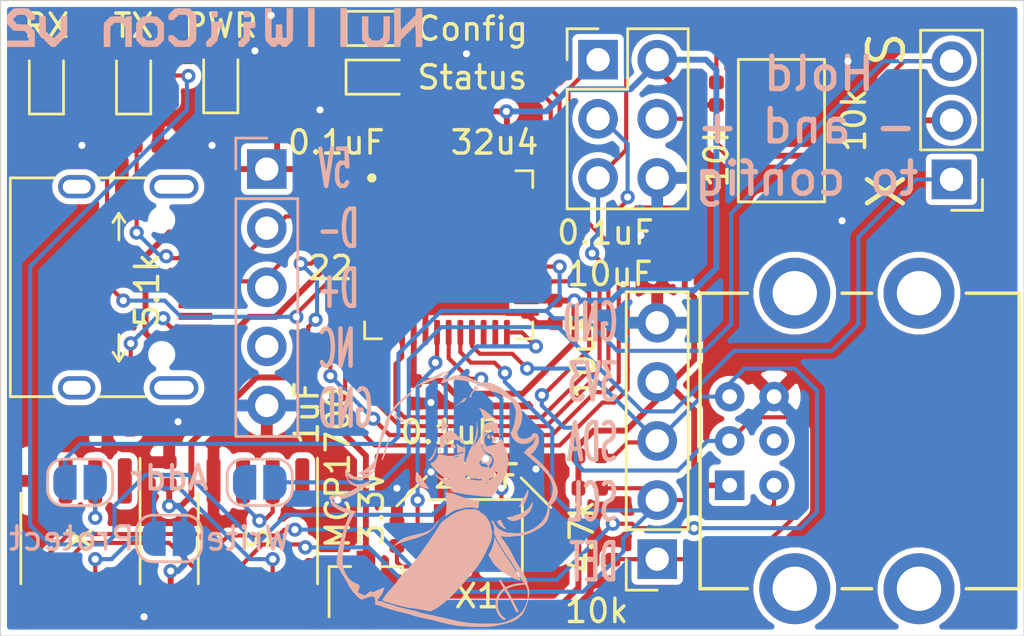
<source format=kicad_pcb>
(kicad_pcb (version 20171130) (host pcbnew 5.1.5)
  (layers (0 F.Cu signal) (31 B.Cu signal) (34 B.Paste user) (35 F.Paste user) (36 B.SilkS user hide) (37 F.SilkS user) (38 B.Mask user) (39 F.Mask user) (44 Edge.Cuts user))
  (net 0 "")
  (net 1 GND)
  (net 2 +5V)
  (net 3 +3V3)
  (net 4 "Net-(C5-Pad2)")
  (net 5 "Net-(C6-Pad2)")
  (net 6 "Net-(C7-Pad1)")
  (net 7 "Net-(C8-Pad1)")
  (net 8 "Net-(D1-Pad1)")
  (net 9 "Net-(D2-Pad1)")
  (net 10 "Net-(D3-Pad1)")
  (net 11 "Net-(J1-PadS1)")
  (net 12 /DP)
  (net 13 "Net-(J1-PadA8)")
  (net 14 /DN)
  (net 15 "Net-(J1-PadB8)")
  (net 16 /SDA)
  (net 17 /SCL)
  (net 18 /DETECT)
  (net 19 "Net-(J4-Pad4)")
  (net 20 /MISO)
  (net 21 /SCLK)
  (net 22 /MOSI)
  (net 23 /RESET)
  (net 24 /DIP_SW2)
  (net 25 /DIP_SW3)
  (net 26 "Net-(P1-Pad4)")
  (net 27 /TX_LED)
  (net 28 /RX_LED)
  (net 29 "Net-(U2-Pad1)")
  (net 30 "Net-(U2-Pad12)")
  (net 31 "Net-(U2-Pad20)")
  (net 32 "Net-(U2-Pad21)")
  (net 33 "Net-(U2-Pad26)")
  (net 34 "Net-(U2-Pad36)")
  (net 35 "Net-(U2-Pad37)")
  (net 36 "Net-(U2-Pad38)")
  (net 37 "Net-(U2-Pad39)")
  (net 38 "Net-(U2-Pad40)")
  (net 39 "Net-(U2-Pad41)")
  (net 40 "Net-(X1-Pad2)")
  (net 41 "Net-(X1-Pad4)")
  (net 42 "Net-(U3-Pad3)")
  (net 43 "Net-(U3-Pad1)")
  (net 44 "Net-(U4-Pad3)")
  (net 45 "Net-(U4-Pad1)")
  (net 46 /X)
  (net 47 /S)
  (net 48 /CC2)
  (net 49 /CC1)
  (net 50 /WP)
  (net 51 "Net-(JP1-Pad1)")
  (net 52 "Net-(JP7-Pad2)")
  (net 53 /STATUS_LED1)
  (net 54 "Net-(D4-Pad1)")
  (net 55 /STATUS_LED2)
  (net 56 "Net-(D5-Pad1)")
  (net 57 /ADP)
  (net 58 /ADN)
  (net 59 "Net-(U2-Pad29)")
  (module Connector_PinSocket_2.54mm:PinSocket_1x05_P2.54mm_Vertical (layer B.Cu) (at 86.36 101.219 180)
    (fp_text reference J4 hide)
    (fp_text value Conn_01x05_Female)
    (pad 1 thru_hole rect (at 0 0 180) (size 1.7 1.7) (drill 1) (layers *.Cu *.Mask) (net 2 +5V))
    (pad 2 thru_hole oval (at 0 -2.54 180) (size 1.7 1.7) (drill 1) (layers *.Cu *.Mask) (net 14 /DN))
    (pad 3 thru_hole oval (at 0 -5.08 180) (size 1.7 1.7) (drill 1) (layers *.Cu *.Mask) (net 12 /DP))
    (pad 4 thru_hole oval (at 0 -7.62 180) (size 1.7 1.7) (drill 1) (layers *.Cu *.Mask) (net 19 "Net-(J4-Pad4)"))
    (pad 5 thru_hole oval (at 0 -10.16 180) (size 1.7 1.7) (drill 1) (layers *.Cu *.Mask) (net 1 GND))
  )
  (module Logos:Loli1 (layer B.Cu) (at 94.107 115.5065 180)
    (fp_text reference Logo2 hide)
    (fp_text value Logo_Open_Hardware_Small hide)
  )
  (module "Logos:NullWiiCon v2" (layer B.Cu) (at 84.1375 95.123 180)
    (fp_text reference Logo1 hide)
    (fp_text value Logo_Open_Hardware_Small hide)
  )
  (module Resistor_SMD:R_0402_1005Metric (layer F.Cu) (at 88.2015 97.282)
    (fp_text reference R14 hide)
    (fp_text value 10k hide)
    (pad 2 smd roundrect (at 0.485 0) (size 0.59 0.64) (layers F.Cu F.Paste F.Mask) (net 56 "Net-(D5-Pad1)"))
    (pad 1 smd roundrect (at -0.485 0) (size 0.59 0.64) (layers F.Cu F.Paste F.Mask) (net 1 GND))
  )
  (module Resistor_SMD:R_0402_1005Metric (layer F.Cu) (at 88.2015 95.1865)
    (fp_text reference R13 hide)
    (fp_text value 10k hide)
    (pad 2 smd roundrect (at 0.485 0) (size 0.59 0.64) (layers F.Cu F.Paste F.Mask) (net 54 "Net-(D4-Pad1)"))
    (pad 1 smd roundrect (at -0.485 0) (size 0.59 0.64) (layers F.Cu F.Paste F.Mask) (net 1 GND))
  )
  (module LED_SMD:LED_0603_1608Metric (layer F.Cu) (at 91.2495 97.268)
    (fp_text reference D5 hide)
    (fp_text value Status (at 3.937 0.014) (layer F.SilkS))
    (pad 2 smd roundrect (at 0.7875 0) (size 0.875 0.95) (layers F.Cu F.Paste F.Mask) (net 55 /STATUS_LED2))
    (pad 1 smd roundrect (at -0.7875 0) (size 0.875 0.95) (layers F.Cu F.Paste F.Mask) (net 56 "Net-(D5-Pad1)"))
  )
  (module LED_SMD:LED_0603_1608Metric (layer F.Cu) (at 91.2495 95.176)
    (fp_text reference D4 hide)
    (fp_text value Config (at 3.937 0.0105) (layer F.SilkS))
    (pad 2 smd roundrect (at 0.7875 0) (size 0.875 0.95) (layers F.Cu F.Paste F.Mask) (net 53 /STATUS_LED1))
    (pad 1 smd roundrect (at -0.7875 0) (size 0.875 0.95) (layers F.Cu F.Paste F.Mask) (net 54 "Net-(D4-Pad1)"))
  )
  (module Resistor_SMD:R_0402_1005Metric (layer F.Cu) (at 112.903 99.1235 270)
    (fp_text reference R12 hide)
    (fp_text value 10k (at 0 1.3335 90) (layer F.SilkS))
    (pad 2 smd roundrect (at 0.485 0 270) (size 0.59 0.64) (layers F.Cu F.Paste F.Mask) (net 1 GND))
    (pad 1 smd roundrect (at -0.485 0 270) (size 0.59 0.64) (layers F.Cu F.Paste F.Mask) (net 46 /X))
  )
  (module Resistor_SMD:R_0402_1005Metric (layer F.Cu) (at 105.664 97.9805 270)
    (fp_text reference R11 hide)
    (fp_text value 10k (at 2.667 0 270) (layer F.SilkS))
    (pad 2 smd roundrect (at 0.485 0 270) (size 0.59 0.64) (layers F.Cu F.Paste F.Mask) (net 2 +5V))
    (pad 1 smd roundrect (at -0.485 0 270) (size 0.59 0.64) (layers F.Cu F.Paste F.Mask) (net 23 /RESET))
  )
  (module Resistor_SMD:R_0402_1005Metric (layer F.Cu) (at 89.0905 103.251 180)
    (fp_text reference R10 hide)
    (fp_text value 22 (at 0 -2.2225) (layer F.SilkS))
    (pad 2 smd roundrect (at 0.485 0 180) (size 0.59 0.64) (layers F.Cu F.Paste F.Mask) (net 14 /DN))
    (pad 1 smd roundrect (at -0.485 0 180) (size 0.59 0.64) (layers F.Cu F.Paste F.Mask) (net 58 /ADN))
  )
  (module Resistor_SMD:R_0402_1005Metric (layer F.Cu) (at 89.0905 104.267 180)
    (fp_text reference R9 hide)
    (fp_text value 22)
    (pad 2 smd roundrect (at 0.485 0 180) (size 0.59 0.64) (layers F.Cu F.Paste F.Mask) (net 12 /DP))
    (pad 1 smd roundrect (at -0.485 0 180) (size 0.59 0.64) (layers F.Cu F.Paste F.Mask) (net 57 /ADP))
  )
  (module Resistor_SMD:R_0402_1005Metric (layer F.Cu) (at 100.226 113.538 180)
    (fp_text reference R8 hide)
    (fp_text value 4.7k)
    (pad 2 smd roundrect (at 0.485 0 180) (size 0.59 0.64) (layers F.Cu F.Paste F.Mask) (net 3 +3V3))
    (pad 1 smd roundrect (at -0.485 0 180) (size 0.59 0.64) (layers F.Cu F.Paste F.Mask) (net 16 /SDA))
  )
  (module Resistor_SMD:R_0402_1005Metric (layer F.Cu) (at 100.226 114.935 180)
    (fp_text reference R7 hide)
    (fp_text value 4.7k (at 0.3405 -2.0955 90) (layer F.SilkS))
    (pad 1 smd roundrect (at -0.485 0 180) (size 0.59 0.64) (layers F.Cu F.Paste F.Mask) (net 17 /SCL))
    (pad 2 smd roundrect (at 0.485 0 180) (size 0.59 0.64) (layers F.Cu F.Paste F.Mask) (net 3 +3V3))
  )
  (module Resistor_SMD:R_0402_1005Metric (layer F.Cu) (at 78.4225 97.686 270)
    (fp_text reference R6 hide)
    (fp_text value 10k hide)
    (pad 1 smd roundrect (at -0.485 0 270) (size 0.59 0.64) (layers F.Cu F.Paste F.Mask) (net 28 /RX_LED))
    (pad 2 smd roundrect (at 0.485 0 270) (size 0.59 0.64) (layers F.Cu F.Paste F.Mask) (net 10 "Net-(D3-Pad1)"))
  )
  (module Resistor_SMD:R_0402_1005Metric (layer F.Cu) (at 82.1055 97.686 270)
    (fp_text reference R5 hide)
    (fp_text value 10k hide)
    (pad 2 smd roundrect (at 0.485 0 270) (size 0.59 0.64) (layers F.Cu F.Paste F.Mask) (net 9 "Net-(D2-Pad1)"))
    (pad 1 smd roundrect (at -0.485 0 270) (size 0.59 0.64) (layers F.Cu F.Paste F.Mask) (net 27 /TX_LED))
  )
  (module Resistor_SMD:R_0402_1005Metric (layer F.Cu) (at 80.01 112.395 180)
    (fp_text reference R4 hide)
    (fp_text value 5.1k)
    (pad 2 smd roundrect (at 0.485 0 180) (size 0.59 0.64) (layers F.Cu F.Paste F.Mask) (net 1 GND))
    (pad 1 smd roundrect (at -0.485 0 180) (size 0.59 0.64) (layers F.Cu F.Paste F.Mask) (net 48 /CC2))
  )
  (module Resistor_SMD:R_0402_1005Metric (layer F.Cu) (at 85.852 97.6225 270)
    (fp_text reference R3 hide)
    (fp_text value 10k)
    (pad 2 smd roundrect (at 0.485 0 270) (size 0.59 0.64) (layers F.Cu F.Paste F.Mask) (net 8 "Net-(D1-Pad1)"))
    (pad 1 smd roundrect (at -0.485 0 270) (size 0.59 0.64) (layers F.Cu F.Paste F.Mask) (net 1 GND))
  )
  (module Resistor_SMD:R_0402_1005Metric (layer F.Cu) (at 81.2165 100.203 180)
    (fp_text reference R2 hide)
    (fp_text value 5.1k (at 0 -6.223 90) (layer F.SilkS))
    (pad 2 smd roundrect (at 0.485 0 180) (size 0.59 0.64) (layers F.Cu F.Paste F.Mask) (net 49 /CC1))
    (pad 1 smd roundrect (at -0.485 0 180) (size 0.59 0.64) (layers F.Cu F.Paste F.Mask) (net 1 GND))
  )
  (module Resistor_SMD:R_0402_1005Metric (layer F.Cu) (at 101.219 118.491 90)
    (fp_text reference R1 hide)
    (fp_text value 10k (at -1.7145 -0.6985 180) (layer F.SilkS))
    (pad 1 smd roundrect (at -0.485 0 90) (size 0.59 0.64) (layers F.Cu F.Paste F.Mask) (net 1 GND))
    (pad 2 smd roundrect (at 0.485 0 90) (size 0.59 0.64) (layers F.Cu F.Paste F.Mask) (net 18 /DETECT))
  )
  (module Jumper:SolderJumper-2_P1.3mm_Open_RoundedPad1.0x1.5mm (layer B.Cu) (at 86.0575 114.681 180)
    (fp_text reference JP7 hide)
    (fp_text value Jumper)
    (pad 2 smd custom (at 0.65 0 180) (size 1 0.5) (layers B.Cu B.Mask) (net 52 "Net-(JP7-Pad2)") (options (clearance outline) (anchor rect)) (primitives (gr_circle (center 0 -0.25) (end 0.5 -0.25) (width 0)) (gr_circle (center 0 0.25) (end 0.5 0.25) (width 0)) (gr_poly (pts (xy 0 0.75) (xy -0.5 0.75) (xy -0.5 -0.75) (xy 0 -0.75)) (width 0))))
    (pad 1 smd custom (at -0.65 0 180) (size 1 0.5) (layers B.Cu B.Mask) (net 47 /S) (options (clearance outline) (anchor rect)) (primitives (gr_circle (center 0 -0.25) (end 0.5 -0.25) (width 0)) (gr_circle (center 0 0.25) (end 0.5 0.25) (width 0)) (gr_poly (pts (xy 0 0.75) (xy 0.5 0.75) (xy 0.5 -0.75) (xy 0 -0.75)) (width 0))))
  )
  (module Jumper:SolderJumper-2_P1.3mm_Open_RoundedPad1.0x1.5mm (layer B.Cu) (at 78.344 114.681 180)
    (fp_text reference JP1 hide)
    (fp_text value Jumper)
    (pad 2 smd custom (at 0.65 0 180) (size 1 0.5) (layers B.Cu B.Mask) (net 46 /X) (options (clearance outline) (anchor rect)) (primitives (gr_circle (center 0 -0.25) (end 0.5 -0.25) (width 0)) (gr_circle (center 0 0.25) (end 0.5 0.25) (width 0)) (gr_poly (pts (xy 0 0.75) (xy -0.5 0.75) (xy -0.5 -0.75) (xy 0 -0.75)) (width 0))))
    (pad 1 smd custom (at -0.65 0 180) (size 1 0.5) (layers B.Cu B.Mask) (net 51 "Net-(JP1-Pad1)") (options (clearance outline) (anchor rect)) (primitives (gr_circle (center 0 -0.25) (end 0.5 -0.25) (width 0)) (gr_circle (center 0 0.25) (end 0.5 0.25) (width 0)) (gr_poly (pts (xy 0 0.75) (xy 0.5 0.75) (xy 0.5 -0.75) (xy 0 -0.75)) (width 0))))
  )
  (module Capacitor_SMD:C_0402_1005Metric (layer F.Cu) (at 82.169 119.911 270)
    (fp_text reference C10 hide)
    (fp_text value 0.1uF)
    (pad 2 smd roundrect (at 0.485 0 270) (size 0.59 0.64) (layers F.Cu F.Paste F.Mask) (net 1 GND))
    (pad 1 smd roundrect (at -0.485 0 270) (size 0.59 0.64) (layers F.Cu F.Paste F.Mask) (net 2 +5V))
  )
  (module Capacitor_SMD:C_0402_1005Metric (layer F.Cu) (at 82.169 114.3 90)
    (fp_text reference C9 hide)
    (fp_text value 10uF)
    (pad 2 smd roundrect (at 0.485 0 90) (size 0.59 0.64) (layers F.Cu F.Paste F.Mask) (net 1 GND))
    (pad 1 smd roundrect (at -0.485 0 90) (size 0.59 0.64) (layers F.Cu F.Paste F.Mask) (net 2 +5V))
  )
  (module Capacitor_SMD:C_0402_1005Metric (layer F.Cu) (at 88.138 109.2835 270)
    (fp_text reference C8 hide)
    (fp_text value 1uF (at 2.413 0.0635 90) (layer F.SilkS))
    (pad 2 smd roundrect (at 0.485 0 270) (size 0.59 0.64) (layers F.Cu F.Paste F.Mask) (net 1 GND))
    (pad 1 smd roundrect (at -0.485 0 270) (size 0.59 0.64) (layers F.Cu F.Paste F.Mask) (net 7 "Net-(C8-Pad1)"))
  )
  (module Capacitor_SMD:C_0402_1005Metric (layer F.Cu) (at 92.2885 100.0125 180)
    (fp_text reference C7 hide)
    (fp_text value 0.1uF (at 2.944 -0.0635 180) (layer F.SilkS))
    (pad 2 smd roundrect (at 0.485 0 180) (size 0.59 0.64) (layers F.Cu F.Paste F.Mask) (net 1 GND))
    (pad 1 smd roundrect (at -0.485 0 180) (size 0.59 0.64) (layers F.Cu F.Paste F.Mask) (net 6 "Net-(C7-Pad1)"))
  )
  (module Capacitor_SMD:C_0402_1005Metric (layer F.Cu) (at 91.948 116.929 270)
    (fp_text reference C6 hide)
    (fp_text value 22pF)
    (pad 2 smd roundrect (at 0.485 0 270) (size 0.59 0.64) (layers F.Cu F.Paste F.Mask) (net 5 "Net-(C6-Pad2)"))
    (pad 1 smd roundrect (at -0.485 0 270) (size 0.59 0.64) (layers F.Cu F.Paste F.Mask) (net 1 GND))
  )
  (module Capacitor_SMD:C_0402_1005Metric (layer F.Cu) (at 98.552 117.008 90)
    (fp_text reference C5 hide)
    (fp_text value 22pF (at 2.581 -3.175 180) (layer F.SilkS))
    (pad 2 smd roundrect (at 0.485 0 90) (size 0.59 0.64) (layers F.Cu F.Paste F.Mask) (net 4 "Net-(C5-Pad2)"))
    (pad 1 smd roundrect (at -0.485 0 90) (size 0.59 0.64) (layers F.Cu F.Paste F.Mask) (net 1 GND))
  )
  (module Capacitor_SMD:C_0402_1005Metric (layer F.Cu) (at 103.8225 104.0765 180)
    (fp_text reference C4 hide)
    (fp_text value 0.1uF (at 2.921 0.127) (layer F.SilkS))
    (pad 2 smd roundrect (at 0.485 0 180) (size 0.59 0.64) (layers F.Cu F.Paste F.Mask) (net 1 GND))
    (pad 1 smd roundrect (at -0.485 0 180) (size 0.59 0.64) (layers F.Cu F.Paste F.Mask) (net 3 +3V3))
  )
  (module Capacitor_SMD:C_0402_1005Metric (layer F.Cu) (at 103.8225 105.3465 180)
    (fp_text reference C3 hide)
    (fp_text value 10uF (at 2.7305 -0.381) (layer F.SilkS))
    (pad 2 smd roundrect (at 0.485 0 180) (size 0.59 0.64) (layers F.Cu F.Paste F.Mask) (net 1 GND))
    (pad 1 smd roundrect (at -0.485 0 180) (size 0.59 0.64) (layers F.Cu F.Paste F.Mask) (net 3 +3V3))
  )
  (module Capacitor_SMD:C_0402_1005Metric (layer F.Cu) (at 92.71 110.8075 270)
    (fp_text reference C2 hide)
    (fp_text value 0.1uF (at 1.7145 -1.4605 180) (layer F.SilkS))
    (pad 1 smd roundrect (at -0.485 0 270) (size 0.59 0.64) (layers F.Cu F.Paste F.Mask) (net 2 +5V))
    (pad 2 smd roundrect (at 0.485 0 270) (size 0.59 0.64) (layers F.Cu F.Paste F.Mask) (net 1 GND))
  )
  (module Capacitor_SMD:C_0402_1005Metric (layer F.Cu) (at 98.7425 107.3555 270)
    (fp_text reference C1 hide)
    (fp_text value 10uF (at 1.905 -1.2065 270) (layer F.SilkS))
    (pad 1 smd roundrect (at -0.485 0 270) (size 0.59 0.64) (layers F.Cu F.Paste F.Mask) (net 2 +5V))
    (pad 2 smd roundrect (at 0.485 0 270) (size 0.59 0.64) (layers F.Cu F.Paste F.Mask) (net 1 GND))
  )
  (module Package_DFN_QFN:QFN-44-1EP_7x7mm_P0.5mm_EP5.2x5.2mm (layer F.Cu) (at 94.1705 104.902)
    (fp_text reference U2 hide)
    (fp_text value ATmega32U4-MU hide)
    (fp_text user 32u4 (at 1.9685 -4.8265) (layer F.SilkS))
    (pad 44 smd roundrect (at -2.5 -3.3375) (size 0.25 1.075) (layers F.Cu F.Paste F.Mask) (net 2 +5V))
    (pad 43 smd roundrect (at -2 -3.3375) (size 0.25 1.075) (layers F.Cu F.Paste F.Mask) (net 1 GND))
    (pad 42 smd roundrect (at -1.5 -3.3375) (size 0.25 1.075) (layers F.Cu F.Paste F.Mask) (net 6 "Net-(C7-Pad1)"))
    (pad 41 smd roundrect (at -1 -3.3375) (size 0.25 1.075) (layers F.Cu F.Paste F.Mask) (net 39 "Net-(U2-Pad41)"))
    (pad 40 smd roundrect (at -0.5 -3.3375) (size 0.25 1.075) (layers F.Cu F.Paste F.Mask) (net 38 "Net-(U2-Pad40)"))
    (pad 39 smd roundrect (at 0 -3.3375) (size 0.25 1.075) (layers F.Cu F.Paste F.Mask) (net 37 "Net-(U2-Pad39)"))
    (pad 38 smd roundrect (at 0.5 -3.3375) (size 0.25 1.075) (layers F.Cu F.Paste F.Mask) (net 36 "Net-(U2-Pad38)"))
    (pad 37 smd roundrect (at 1 -3.3375) (size 0.25 1.075) (layers F.Cu F.Paste F.Mask) (net 35 "Net-(U2-Pad37)"))
    (pad 36 smd roundrect (at 1.5 -3.3375) (size 0.25 1.075) (layers F.Cu F.Paste F.Mask) (net 34 "Net-(U2-Pad36)"))
    (pad 35 smd roundrect (at 2 -3.3375) (size 0.25 1.075) (layers F.Cu F.Paste F.Mask) (net 1 GND))
    (pad 34 smd roundrect (at 2.5 -3.3375) (size 0.25 1.075) (layers F.Cu F.Paste F.Mask) (net 2 +5V))
    (pad 33 smd roundrect (at 3.3375 -2.5) (size 1.075 0.25) (layers F.Cu F.Paste F.Mask) (net 1 GND))
    (pad 32 smd roundrect (at 3.3375 -2) (size 1.075 0.25) (layers F.Cu F.Paste F.Mask) (net 55 /STATUS_LED2))
    (pad 31 smd roundrect (at 3.3375 -1.5) (size 1.075 0.25) (layers F.Cu F.Paste F.Mask) (net 24 /DIP_SW2))
    (pad 30 smd roundrect (at 3.3375 -1) (size 1.075 0.25) (layers F.Cu F.Paste F.Mask) (net 25 /DIP_SW3))
    (pad 29 smd roundrect (at 3.3375 -0.5) (size 1.075 0.25) (layers F.Cu F.Paste F.Mask) (net 59 "Net-(U2-Pad29)"))
    (pad 28 smd roundrect (at 3.3375 0) (size 1.075 0.25) (layers F.Cu F.Paste F.Mask) (net 53 /STATUS_LED1))
    (pad 27 smd roundrect (at 3.3375 0.5) (size 1.075 0.25) (layers F.Cu F.Paste F.Mask) (net 46 /X))
    (pad 26 smd roundrect (at 3.3375 1) (size 1.075 0.25) (layers F.Cu F.Paste F.Mask) (net 33 "Net-(U2-Pad26)"))
    (pad 25 smd roundrect (at 3.3375 1.5) (size 1.075 0.25) (layers F.Cu F.Paste F.Mask) (net 18 /DETECT))
    (pad 24 smd roundrect (at 3.3375 2) (size 1.075 0.25) (layers F.Cu F.Paste F.Mask) (net 2 +5V))
    (pad 23 smd roundrect (at 3.3375 2.5) (size 1.075 0.25) (layers F.Cu F.Paste F.Mask) (net 1 GND))
    (pad 22 smd roundrect (at 2.5 3.3375) (size 0.25 1.075) (layers F.Cu F.Paste F.Mask) (net 27 /TX_LED))
    (pad 21 smd roundrect (at 2 3.3375) (size 0.25 1.075) (layers F.Cu F.Paste F.Mask) (net 32 "Net-(U2-Pad21)"))
    (pad 20 smd roundrect (at 1.5 3.3375) (size 0.25 1.075) (layers F.Cu F.Paste F.Mask) (net 31 "Net-(U2-Pad20)"))
    (pad 19 smd roundrect (at 1 3.3375) (size 0.25 1.075) (layers F.Cu F.Paste F.Mask) (net 16 /SDA))
    (pad 18 smd roundrect (at 0.5 3.3375) (size 0.25 1.075) (layers F.Cu F.Paste F.Mask) (net 17 /SCL))
    (pad 17 smd roundrect (at 0 3.3375) (size 0.25 1.075) (layers F.Cu F.Paste F.Mask) (net 4 "Net-(C5-Pad2)"))
    (pad 16 smd roundrect (at -0.5 3.3375) (size 0.25 1.075) (layers F.Cu F.Paste F.Mask) (net 5 "Net-(C6-Pad2)"))
    (pad 15 smd roundrect (at -1 3.3375) (size 0.25 1.075) (layers F.Cu F.Paste F.Mask) (net 1 GND))
    (pad 14 smd roundrect (at -1.5 3.3375) (size 0.25 1.075) (layers F.Cu F.Paste F.Mask) (net 2 +5V))
    (pad 13 smd roundrect (at -2 3.3375) (size 0.25 1.075) (layers F.Cu F.Paste F.Mask) (net 23 /RESET))
    (pad 12 smd roundrect (at -2.5 3.3375) (size 0.25 1.075) (layers F.Cu F.Paste F.Mask) (net 30 "Net-(U2-Pad12)"))
    (pad 11 smd roundrect (at -3.3375 2.5) (size 1.075 0.25) (layers F.Cu F.Paste F.Mask) (net 20 /MISO))
    (pad 10 smd roundrect (at -3.3375 2) (size 1.075 0.25) (layers F.Cu F.Paste F.Mask) (net 22 /MOSI))
    (pad 9 smd roundrect (at -3.3375 1.5) (size 1.075 0.25) (layers F.Cu F.Paste F.Mask) (net 21 /SCLK))
    (pad 8 smd roundrect (at -3.3375 1) (size 1.075 0.25) (layers F.Cu F.Paste F.Mask) (net 28 /RX_LED))
    (pad 7 smd roundrect (at -3.3375 0.5) (size 1.075 0.25) (layers F.Cu F.Paste F.Mask) (net 2 +5V))
    (pad 6 smd roundrect (at -3.3375 0) (size 1.075 0.25) (layers F.Cu F.Paste F.Mask) (net 7 "Net-(C8-Pad1)"))
    (pad 5 smd roundrect (at -3.3375 -0.5) (size 1.075 0.25) (layers F.Cu F.Paste F.Mask) (net 1 GND))
    (pad 4 smd roundrect (at -3.3375 -1) (size 1.075 0.25) (layers F.Cu F.Paste F.Mask) (net 57 /ADP))
    (pad 3 smd roundrect (at -3.3375 -1.5) (size 1.075 0.25) (layers F.Cu F.Paste F.Mask) (net 58 /ADN))
    (pad 2 smd roundrect (at -3.3375 -2) (size 1.075 0.25) (layers F.Cu F.Paste F.Mask) (net 2 +5V))
    (pad 1 smd roundrect (at -3.3375 -2.5) (size 1.075 0.25) (layers F.Cu F.Paste F.Mask) (net 29 "Net-(U2-Pad1)"))
    (pad 45 smd roundrect (at 0 0) (size 5.2 5.2) (layers F.Cu F.Mask) (roundrect_rratio 0.048077) (net 1 GND))
  )
  (module Connector_USB:USB_C_Receptacle_HRO_TYPE-C-31-M-12 (layer F.Cu) (at 79.248 106.299 270)
    (fp_text reference J1 hide)
    (fp_text value USB_C_Receptacle_USB2.0)
    (pad B1 smd rect (at 3.25 -4.045 270) (size 0.6 1.45) (layers F.Cu F.Paste F.Mask) (net 1 GND))
    (pad A9 smd rect (at 2.45 -4.045 270) (size 0.6 1.45) (layers F.Cu F.Paste F.Mask) (net 2 +5V))
    (pad B9 smd rect (at -2.45 -4.045 270) (size 0.6 1.45) (layers F.Cu F.Paste F.Mask) (net 2 +5V))
    (pad B12 smd rect (at -3.25 -4.045 270) (size 0.6 1.45) (layers F.Cu F.Paste F.Mask) (net 1 GND))
    (pad A1 smd rect (at -3.25 -4.045 270) (size 0.6 1.45) (layers F.Cu F.Paste F.Mask) (net 1 GND))
    (pad A4 smd rect (at -2.45 -4.045 270) (size 0.6 1.45) (layers F.Cu F.Paste F.Mask) (net 2 +5V))
    (pad B4 smd rect (at 2.45 -4.045 270) (size 0.6 1.45) (layers F.Cu F.Paste F.Mask) (net 2 +5V))
    (pad A12 smd rect (at 3.25 -4.045 270) (size 0.6 1.45) (layers F.Cu F.Paste F.Mask) (net 1 GND))
    (pad B8 smd rect (at -1.75 -4.045 270) (size 0.3 1.45) (layers F.Cu F.Paste F.Mask) (net 15 "Net-(J1-PadB8)"))
    (pad A5 smd rect (at -1.25 -4.045 270) (size 0.3 1.45) (layers F.Cu F.Paste F.Mask) (net 49 /CC1))
    (pad B7 smd rect (at -0.75 -4.045 270) (size 0.3 1.45) (layers F.Cu F.Paste F.Mask) (net 14 /DN))
    (pad A7 smd rect (at 0.25 -4.045 270) (size 0.3 1.45) (layers F.Cu F.Paste F.Mask) (net 14 /DN))
    (pad B6 smd rect (at 0.75 -4.045 270) (size 0.3 1.45) (layers F.Cu F.Paste F.Mask) (net 12 /DP))
    (pad A8 smd rect (at 1.25 -4.045 270) (size 0.3 1.45) (layers F.Cu F.Paste F.Mask) (net 13 "Net-(J1-PadA8)"))
    (pad B5 smd rect (at 1.75 -4.045 270) (size 0.3 1.45) (layers F.Cu F.Paste F.Mask) (net 48 /CC2))
    (pad A6 smd rect (at -0.25 -4.045 270) (size 0.3 1.45) (layers F.Cu F.Paste F.Mask) (net 12 /DP))
    (pad S1 thru_hole oval (at 4.32 -3.13 270) (size 1 2.1) (drill oval 0.6 1.7) (layers *.Cu *.Mask F.Paste) (net 11 "Net-(J1-PadS1)"))
    (pad S1 thru_hole oval (at -4.32 -3.13 270) (size 1 2.1) (drill oval 0.6 1.7) (layers *.Cu *.Mask F.Paste) (net 11 "Net-(J1-PadS1)"))
    (pad "" np_thru_hole circle (at -2.89 -2.6 270) (size 0.65 0.65) (drill 0.65) (layers *.Cu *.Mask))
    (pad S1 thru_hole oval (at -4.32 1.05 270) (size 1 1.6) (drill oval 0.6 1.2) (layers *.Cu *.Mask F.Paste) (net 11 "Net-(J1-PadS1)"))
    (pad "" np_thru_hole circle (at 2.89 -2.6 270) (size 0.65 0.65) (drill 0.65) (layers *.Cu *.Mask))
    (pad S1 thru_hole oval (at 4.32 1.05 270) (size 1 1.6) (drill oval 0.6 1.2) (layers *.Cu *.Mask F.Paste) (net 11 "Net-(J1-PadS1)"))
  )
  (module Package_SO:SOIC-8_3.9x4.9mm_P1.27mm (layer F.Cu) (at 78.359 117.094 270)
    (fp_text reference U4 hide)
    (fp_text value CAT24C256)
    (fp_text user X (at 0 0 270) (layer F.SilkS))
    (pad 8 smd roundrect (at 2.475 -1.905 270) (size 1.95 0.6) (layers F.Cu F.Paste F.Mask) (net 2 +5V))
    (pad 7 smd roundrect (at 2.475 -0.635 270) (size 1.95 0.6) (layers F.Cu F.Paste F.Mask) (net 50 /WP))
    (pad 6 smd roundrect (at 2.475 0.635 270) (size 1.95 0.6) (layers F.Cu F.Paste F.Mask) (net 17 /SCL))
    (pad 5 smd roundrect (at 2.475 1.905 270) (size 1.95 0.6) (layers F.Cu F.Paste F.Mask) (net 16 /SDA))
    (pad 4 smd roundrect (at -2.475 1.905 270) (size 1.95 0.6) (layers F.Cu F.Paste F.Mask) (net 1 GND))
    (pad 3 smd roundrect (at -2.475 0.635 270) (size 1.95 0.6) (layers F.Cu F.Paste F.Mask) (net 44 "Net-(U4-Pad3)"))
    (pad 2 smd roundrect (at -2.475 -0.635 270) (size 1.95 0.6) (layers F.Cu F.Paste F.Mask) (net 51 "Net-(JP1-Pad1)"))
    (pad 1 smd roundrect (at -2.475 -1.905 270) (size 1.95 0.6) (layers F.Cu F.Paste F.Mask) (net 45 "Net-(U4-Pad1)"))
  )
  (module Connector_PinSocket_2.54mm:PinSocket_1x05_P2.54mm_Vertical (layer F.Cu) (at 103.124 117.983 180)
    (fp_text reference J2 hide)
    (fp_text value Conn_01x05_Female)
    (pad 5 thru_hole oval (at 0 10.16 180) (size 1.7 1.7) (drill 1) (layers *.Cu *.Mask) (net 1 GND))
    (pad 4 thru_hole oval (at 0 7.62 180) (size 1.7 1.7) (drill 1) (layers *.Cu *.Mask) (net 3 +3V3))
    (pad 3 thru_hole oval (at 0 5.08 180) (size 1.7 1.7) (drill 1) (layers *.Cu *.Mask) (net 16 /SDA))
    (pad 2 thru_hole oval (at 0 2.54 180) (size 1.7 1.7) (drill 1) (layers *.Cu *.Mask) (net 17 /SCL))
    (pad 1 thru_hole rect (at 0 0 180) (size 1.7 1.7) (drill 1) (layers *.Cu *.Mask) (net 18 /DETECT))
  )
  (module Button_Switch_SMD:SW_SPST_CK_RS282G05A3 (layer F.Cu) (at 108.458 99.568 270)
    (fp_text reference SW1 hide)
    (fp_text value SW_Push)
    (pad 1 smd rect (at -3.9 0 270) (size 1.5 1.5) (layers F.Cu F.Paste F.Mask) (net 23 /RESET))
    (pad 2 smd rect (at 3.9 0 270) (size 1.5 1.5) (layers F.Cu F.Paste F.Mask) (net 1 GND))
  )
  (module LED_SMD:LED_0603_1608Metric (layer F.Cu) (at 76.8985 97.3705 90)
    (fp_text reference D3 hide)
    (fp_text value RX (at 2.3115 0 180) (layer F.SilkS))
    (pad 2 smd roundrect (at 0.7875 0 90) (size 0.875 0.95) (layers F.Cu F.Paste F.Mask) (net 2 +5V))
    (pad 1 smd roundrect (at -0.7875 0 90) (size 0.875 0.95) (layers F.Cu F.Paste F.Mask) (net 10 "Net-(D3-Pad1)"))
  )
  (module Package_TO_SOT_SMD:SOT-23 (layer F.Cu) (at 90.6145 119.0625 90)
    (fp_text reference U1 hide)
    (fp_text value MCP1700-3302E_SOT23)
    (fp_text user 3.3v (at 3.2385 0.254 270) (layer F.SilkS))
    (fp_text user MCP1700 (at 5.0165 -1.2065 270) (layer F.SilkS))
    (pad 3 smd rect (at 1 0 90) (size 0.9 0.8) (layers F.Cu F.Paste F.Mask) (net 2 +5V))
    (pad 2 smd rect (at -1 0.95 90) (size 0.9 0.8) (layers F.Cu F.Paste F.Mask) (net 3 +3V3))
    (pad 1 smd rect (at -1 -0.95 90) (size 0.9 0.8) (layers F.Cu F.Paste F.Mask) (net 1 GND))
  )
  (module Crystal:Crystal_SMD_3225-4Pin_3.2x2.5mm (layer F.Cu) (at 95.334 117.07 180)
    (fp_text reference X1 (at -0.043 -2.5005) (layer F.SilkS))
    (fp_text value Crystal_GND24_Small)
    (pad 1 smd rect (at -1.1 0.85 180) (size 1.4 1.2) (layers F.Cu F.Paste F.Mask) (net 4 "Net-(C5-Pad2)"))
    (pad 2 smd rect (at 1.1 0.85 180) (size 1.4 1.2) (layers F.Cu F.Paste F.Mask) (net 40 "Net-(X1-Pad2)"))
    (pad 3 smd rect (at 1.1 -0.85 180) (size 1.4 1.2) (layers F.Cu F.Paste F.Mask) (net 5 "Net-(C6-Pad2)"))
    (pad 4 smd rect (at -1.1 -0.85 180) (size 1.4 1.2) (layers F.Cu F.Paste F.Mask) (net 41 "Net-(X1-Pad4)"))
  )
  (module Connector_PinHeader_2.54mm:PinHeader_1x03_P2.54mm_Vertical (layer F.Cu) (at 115.7605 101.6635 180)
    (fp_text reference J6 hide)
    (fp_text value Conn_01x03_Female)
    (fp_text user "X    S" (at 2.794 2.54 90) (layer F.SilkS) (effects (font (size 1.524 1.524) (thickness 0.2032))))
    (pad 3 thru_hole oval (at 0 5.08 180) (size 1.7 1.7) (drill 1) (layers *.Cu *.Mask) (net 46 /X))
    (pad 2 thru_hole oval (at 0 2.54 180) (size 1.7 1.7) (drill 1) (layers *.Cu *.Mask) (net 2 +5V))
    (pad 1 thru_hole rect (at 0 0 180) (size 1.7 1.7) (drill 1) (layers *.Cu *.Mask) (net 47 /S))
  )
  (module LED_SMD:LED_0603_1608Metric (layer F.Cu) (at 80.6415 97.3705 90)
    (fp_text reference D2 hide)
    (fp_text value TX (at 2.3115 0 180) (layer F.SilkS))
    (pad 1 smd roundrect (at -0.7875 0 90) (size 0.875 0.95) (layers F.Cu F.Paste F.Mask) (net 9 "Net-(D2-Pad1)"))
    (pad 2 smd roundrect (at 0.7875 0 90) (size 0.875 0.95) (layers F.Cu F.Paste F.Mask) (net 2 +5V))
  )
  (module LED_SMD:LED_0603_1608Metric (layer F.Cu) (at 84.3845 97.3205 90)
    (fp_text reference D1 hide)
    (fp_text value PWR (at 2.2605 0 180) (layer F.SilkS))
    (pad 1 smd roundrect (at -0.7875 0 90) (size 0.875 0.95) (layers F.Cu F.Paste F.Mask) (net 8 "Net-(D1-Pad1)"))
    (pad 2 smd roundrect (at 0.7875 0 90) (size 0.875 0.95) (layers F.Cu F.Paste F.Mask) (net 2 +5V))
  )
  (module DIP:PinSocket_2x03_P2.54mm_Vertical_MIRROR (layer F.Cu) (at 99.568 96.52)
    (fp_text reference J5 hide)
    (fp_text value Conn_02x03_Odd_Even)
    (pad 1 thru_hole rect (at 1.016 0) (size 1.7 1.7) (drill 1) (layers *.Cu *.Mask) (net 20 /MISO))
    (pad 2 thru_hole oval (at 3.556 0) (size 1.7 1.7) (drill 1) (layers *.Cu *.Mask) (net 2 +5V))
    (pad 3 thru_hole oval (at 1.016 2.54) (size 1.7 1.7) (drill 1) (layers *.Cu *.Mask) (net 21 /SCLK))
    (pad 4 thru_hole oval (at 3.556 2.54) (size 1.7 1.7) (drill 1) (layers *.Cu *.Mask) (net 22 /MOSI))
    (pad 5 thru_hole oval (at 1.016 5.08) (size 1.7 1.7) (drill 1) (layers *.Cu *.Mask) (net 23 /RESET))
    (pad 6 thru_hole oval (at 3.556 5.08) (size 1.7 1.7) (drill 1) (layers *.Cu *.Mask) (net 1 GND))
  )
  (module otter:CONN_WII (layer F.Cu) (at 111.8235 112.903 270)
    (fp_text reference P1 hide)
    (fp_text value CONN_WII hide)
    (pad 1 thru_hole rect (at 1.905 5.588 270) (size 1.27 1.27) (drill 0.635) (layers *.Cu *.Mask) (net 3 +3V3))
    (pad 2 thru_hole circle (at 1.905 3.683 270) (size 1.27 1.27) (drill 0.635) (layers *.Cu *.Mask) (net 17 /SCL))
    (pad 3 thru_hole circle (at 0 5.588 270) (size 1.27 1.27) (drill 0.635) (layers *.Cu *.Mask) (net 18 /DETECT))
    (pad 4 thru_hole circle (at 0 3.683 270) (size 1.27 1.27) (drill 0.635) (layers *.Cu *.Mask) (net 26 "Net-(P1-Pad4)"))
    (pad 5 thru_hole circle (at -1.905 5.588 270) (size 1.27 1.27) (drill 0.635) (layers *.Cu *.Mask) (net 16 /SDA))
    (pad 6 thru_hole circle (at -1.905 3.683 270) (size 1.27 1.27) (drill 0.635) (layers *.Cu *.Mask) (net 1 GND))
    (pad "" thru_hole circle (at 6.35 2.794 270) (size 3.048 3.048) (drill 1.905) (layers *.Cu *.Mask))
    (pad "" thru_hole circle (at -6.35 -2.54 270) (size 3.048 3.048) (drill 1.905) (layers *.Cu *.Mask))
    (pad "" thru_hole circle (at 6.35 -2.54 270) (size 3.048 3.048) (drill 1.905) (layers *.Cu *.Mask))
    (pad "" thru_hole circle (at -6.35 2.794 270) (size 3.048 3.048) (drill 1.905) (layers *.Cu *.Mask))
  )
  (module Jumper:SolderJumper-2_P1.3mm_Open_RoundedPad1.0x1.5mm (layer B.Cu) (at 82.169 117.094)
    (fp_text reference JP9 hide)
    (fp_text value Jumper)
    (fp_text user "Write    Protect" (at -0.8255 0) (layer B.SilkS) (effects (justify mirror)))
    (pad 2 smd custom (at 0.65 0) (size 1 0.5) (layers B.Cu B.Mask) (net 2 +5V) (options (clearance outline) (anchor rect)) (primitives (gr_circle (center 0 -0.25) (end 0.5 -0.25) (width 0)) (gr_circle (center 0 0.25) (end 0.5 0.25) (width 0)) (gr_poly (pts (xy 0 0.75) (xy -0.5 0.75) (xy -0.5 -0.75) (xy 0 -0.75)) (width 0))))
    (pad 1 smd custom (at -0.65 0) (size 1 0.5) (layers B.Cu B.Mask) (net 50 /WP) (options (clearance outline) (anchor rect)) (primitives (gr_circle (center 0 -0.25) (end 0.5 -0.25) (width 0)) (gr_circle (center 0 0.25) (end 0.5 0.25) (width 0)) (gr_poly (pts (xy 0 0.75) (xy 0.5 0.75) (xy 0.5 -0.75) (xy 0 -0.75)) (width 0))))
  )
  (module Package_SO:SOIC-8_3.9x4.9mm_P1.27mm (layer F.Cu) (at 85.979 117.094 270)
    (fp_text reference U3 hide)
    (fp_text value CAT24C256)
    (fp_text user S (at 0 0 270) (layer F.SilkS))
    (pad 8 smd roundrect (at 2.475 -1.905 270) (size 1.95 0.6) (layers F.Cu F.Paste F.Mask) (net 2 +5V))
    (pad 7 smd roundrect (at 2.475 -0.635 270) (size 1.95 0.6) (layers F.Cu F.Paste F.Mask) (net 50 /WP))
    (pad 6 smd roundrect (at 2.475 0.635 270) (size 1.95 0.6) (layers F.Cu F.Paste F.Mask) (net 17 /SCL))
    (pad 5 smd roundrect (at 2.475 1.905 270) (size 1.95 0.6) (layers F.Cu F.Paste F.Mask) (net 16 /SDA))
    (pad 4 smd roundrect (at -2.475 1.905 270) (size 1.95 0.6) (layers F.Cu F.Paste F.Mask) (net 1 GND))
    (pad 3 smd roundrect (at -2.475 0.635 270) (size 1.95 0.6) (layers F.Cu F.Paste F.Mask) (net 42 "Net-(U3-Pad3)"))
    (pad 2 smd roundrect (at -2.475 -0.635 270) (size 1.95 0.6) (layers F.Cu F.Paste F.Mask) (net 52 "Net-(JP7-Pad2)"))
    (pad 1 smd roundrect (at -2.475 -1.905 270) (size 1.95 0.6) (layers F.Cu F.Paste F.Mask) (net 43 "Net-(U3-Pad1)"))
  )
  (gr_text "Hold \n- and +\nto config" (at 109.5375 99.3775) (layer B.SilkS) (effects (font (size 1.397 1.397) (thickness 0.2286)) (justify mirror)))
  (gr_line (start 118.872 121.285) (end 118.872 93.98) (layer Edge.Cuts) (width 0.05))
  (gr_line (start 74.93 93.98) (end 74.93 121.285) (layer Edge.Cuts) (width 0.05))
  (gr_line (start 118.872 93.98) (end 74.93 93.98) (layer Edge.Cuts) (width 0.05))
  (gr_line (start 74.93 121.285) (end 118.872 121.285) (layer Edge.Cuts) (width 0.05))
  (gr_text Addr (at 82.169 114.4905) (layer B.SilkS) (effects (font (size 1.016 1.016) (thickness 0.1778)) (justify mirror)))
  (gr_text "GND\n3V3\nSDA\nSCL\nDET" (at 101.5365 112.9665) (layer B.SilkS) (effects (font (size 1.6002 0.762) (thickness 0.1905)) (justify left mirror)))
  (gr_line (start 93.218 114.427) (end 91.948 115.697) (layer F.SilkS) (width 0.12))
  (gr_line (start 98.552 115.7605) (end 97.282 114.4905) (layer F.SilkS) (width 0.12))
  (gr_line (start 80.01 103.124) (end 79.756 103.505) (layer F.SilkS) (width 0.12))
  (gr_line (start 80.01 109.474) (end 79.756 109.093) (layer F.SilkS) (width 0.12))
  (gr_line (start 80.01 104.267) (end 80.01 103.124) (layer F.SilkS) (width 0.12))
  (gr_line (start 80.264 109.093) (end 80.01 109.474) (layer F.SilkS) (width 0.12))
  (gr_line (start 80.01 108.331) (end 80.01 109.474) (layer F.SilkS) (width 0.12))
  (gr_line (start 80.01 109.474) (end 80.264 109.093) (layer F.SilkS) (width 0.12))
  (gr_line (start 79.756 103.505) (end 80.01 103.124) (layer F.SilkS) (width 0.12))
  (gr_line (start 80.01 103.124) (end 80.264 103.505) (layer F.SilkS) (width 0.12))
  (gr_text "5V\nD-\nD+\nNC\nGND" (at 88.4555 106.3625) (layer B.SilkS) (effects (font (size 1.6002 0.762) (thickness 0.1905)) (justify right mirror)))
  (segment (start 78.74 113.284) (end 79.375 113.284) (width 0.1778) (layer F.Cu) (net 1))
  (via (at 111.3155 96.5835) (size 0.6096) (drill 0.3048) (layers F.Cu B.Cu) (net 1))
  (segment (start 79.525 112.395) (end 79.525 112.672) (width 0.254) (layer F.Cu) (net 1))
  (segment (start 79.9465 113.2205) (end 81.2165 113.157) (width 0.254) (layer F.Cu) (net 1))
  (segment (start 79.525 112.672) (end 79.9465 113.2205) (width 0.254) (layer F.Cu) (net 1))
  (segment (start 91.8035 100.0125) (end 91.8035 100.122) (width 0.254) (layer F.Cu) (net 1))
  (segment (start 92.1705 100.489) (end 92.1705 101.5645) (width 0.254) (layer F.Cu) (net 1))
  (segment (start 91.8035 100.122) (end 92.1705 100.489) (width 0.254) (layer F.Cu) (net 1))
  (segment (start 93.6705 104.402) (end 94.1705 104.902) (width 0.254) (layer F.Cu) (net 1))
  (segment (start 90.833 104.402) (end 93.6705 104.402) (width 0.254) (layer F.Cu) (net 1))
  (segment (start 92.1705 102.902) (end 94.1705 104.902) (width 0.254) (layer F.Cu) (net 1))
  (segment (start 92.1705 101.5645) (end 92.1705 102.902) (width 0.254) (layer F.Cu) (net 1))
  (segment (start 96.1705 102.902) (end 94.1705 104.902) (width 0.254) (layer F.Cu) (net 1))
  (segment (start 96.1705 101.5645) (end 96.1705 102.902) (width 0.254) (layer F.Cu) (net 1))
  (segment (start 96.6705 102.402) (end 94.1705 104.902) (width 0.254) (layer F.Cu) (net 1))
  (segment (start 97.508 102.402) (end 96.6705 102.402) (width 0.254) (layer F.Cu) (net 1))
  (segment (start 93.1705 105.902) (end 94.1705 104.902) (width 0.254) (layer F.Cu) (net 1))
  (segment (start 93.1705 108.2395) (end 93.1705 105.902) (width 0.254) (layer F.Cu) (net 1))
  (segment (start 96.6705 107.402) (end 94.1705 104.902) (width 0.254) (layer F.Cu) (net 1))
  (segment (start 97.508 107.402) (end 96.6705 107.402) (width 0.254) (layer F.Cu) (net 1))
  (segment (start 97.9465 107.8405) (end 97.508 107.402) (width 0.254) (layer F.Cu) (net 1))
  (segment (start 98.7425 107.8405) (end 97.9465 107.8405) (width 0.254) (layer F.Cu) (net 1))
  (via (at 102.4255 104.0765) (size 0.6096) (drill 0.3048) (layers F.Cu B.Cu) (net 1))
  (via (at 81.0895 120.4595) (size 0.6096) (drill 0.3048) (layers F.Cu B.Cu) (net 1))
  (via (at 88.9 110.998) (size 0.6096) (drill 0.3048) (layers F.Cu B.Cu) (net 1))
  (segment (start 88.9 110.998) (end 88.773 110.998) (width 0.254) (layer F.Cu) (net 1))
  (segment (start 88.138 110.363) (end 88.138 109.7685) (width 0.254) (layer F.Cu) (net 1))
  (segment (start 88.773 110.998) (end 88.138 110.363) (width 0.254) (layer F.Cu) (net 1))
  (via (at 85.852 96.139) (size 0.6096) (drill 0.3048) (layers F.Cu B.Cu) (net 1))
  (via (at 86.5505 94.615) (size 0.6096) (drill 0.3048) (layers F.Cu B.Cu) (net 1))
  (segment (start 87.145 94.615) (end 87.7165 95.1865) (width 0.254) (layer F.Cu) (net 1))
  (segment (start 86.5505 94.615) (end 87.145 94.615) (width 0.254) (layer F.Cu) (net 1))
  (via (at 89.408 115.443) (size 0.6096) (drill 0.3048) (layers F.Cu B.Cu) (net 1))
  (via (at 111.0615 103.4415) (size 0.6096) (drill 0.3048) (layers F.Cu B.Cu) (net 1))
  (via (at 94.9325 96.266) (size 0.6096) (drill 0.3048) (layers F.Cu B.Cu) (net 1))
  (via (at 88.646 98.679) (size 0.6096) (drill 0.3048) (layers F.Cu B.Cu) (net 1))
  (via (at 78.4225 100.203) (size 0.6096) (drill 0.3048) (layers F.Cu B.Cu) (net 1))
  (via (at 84.0105 100.203) (size 0.6096) (drill 0.3048) (layers F.Cu B.Cu) (net 1))
  (via (at 95.758 113.665) (size 0.6096) (drill 0.3048) (layers F.Cu B.Cu) (net 1))
  (via (at 97.917 114.1095) (size 0.6096) (drill 0.3048) (layers F.Cu B.Cu) (net 1))
  (via (at 93.4085 111.252) (size 0.6096) (drill 0.3048) (layers F.Cu B.Cu) (net 1))
  (segment (start 93.4085 111.252) (end 93.4085 114.2365) (width 0.254) (layer B.Cu) (net 1))
  (via (at 93.4085 114.2365) (size 0.6096) (drill 0.3048) (layers F.Cu B.Cu) (net 1))
  (via (at 91.948 114.935) (size 0.6096) (drill 0.3048) (layers F.Cu B.Cu) (net 1))
  (via (at 82.55 112.0775) (size 0.6096) (drill 0.3048) (layers F.Cu B.Cu) (net 1))
  (segment (start 83.293 109.549) (end 84.403 109.549) (width 0.254) (layer F.Cu) (net 1))
  (segment (start 84.403 109.549) (end 84.963 110.109) (width 0.254) (layer F.Cu) (net 1))
  (segment (start 83.293 103.049) (end 83.5775 103.049) (width 0.254) (layer F.Cu) (net 1))
  (segment (start 84.0105 102.616) (end 84.0105 100.203) (width 0.254) (layer F.Cu) (net 1))
  (segment (start 83.5775 103.049) (end 84.0105 102.616) (width 0.254) (layer F.Cu) (net 1))
  (via (at 82.169 115.697) (size 0.6096) (drill 0.3048) (layers F.Cu B.Cu) (net 2))
  (segment (start 92.6695 108.2405) (end 92.6705 108.2395) (width 0.254) (layer F.Cu) (net 2))
  (segment (start 92.6695 110.49) (end 92.6695 108.2405) (width 0.254) (layer F.Cu) (net 2))
  (segment (start 86.487 101.0285) (end 86.2965 101.219) (width 0.254) (layer F.Cu) (net 2))
  (segment (start 89.8525 101.5365) (end 91.6425 101.5365) (width 0.254) (layer F.Cu) (net 2))
  (segment (start 89.3445 102.0445) (end 89.8525 101.5365) (width 0.254) (layer F.Cu) (net 2))
  (segment (start 90.833 102.902) (end 90.202 102.902) (width 0.254) (layer F.Cu) (net 2))
  (segment (start 91.6425 101.5365) (end 91.6705 101.5645) (width 0.254) (layer F.Cu) (net 2))
  (segment (start 90.202 102.902) (end 89.3445 102.0445) (width 0.254) (layer F.Cu) (net 2))
  (segment (start 84.3845 95.765) (end 84.7725 95.377) (width 0.254) (layer F.Cu) (net 2))
  (segment (start 84.7725 95.377) (end 86.2965 95.377) (width 0.254) (layer F.Cu) (net 2))
  (segment (start 86.2965 95.377) (end 86.8045 95.885) (width 0.254) (layer F.Cu) (net 2))
  (segment (start 86.8045 100.711) (end 86.2965 101.219) (width 0.254) (layer F.Cu) (net 2))
  (segment (start 84.3845 96.533) (end 84.3845 95.765) (width 0.254) (layer F.Cu) (net 2))
  (segment (start 86.8045 95.885) (end 86.8045 100.711) (width 0.254) (layer F.Cu) (net 2))
  (segment (start 83.293 103.849) (end 84.365 103.849) (width 0.254) (layer F.Cu) (net 2))
  (segment (start 84.365 103.849) (end 84.836 103.378) (width 0.254) (layer F.Cu) (net 2))
  (segment (start 84.836 103.378) (end 84.836 101.5365) (width 0.254) (layer F.Cu) (net 2))
  (segment (start 85.1535 101.219) (end 86.2965 101.219) (width 0.254) (layer F.Cu) (net 2))
  (segment (start 84.836 101.5365) (end 85.1535 101.219) (width 0.254) (layer F.Cu) (net 2))
  (segment (start 87.884 119.569) (end 87.884 118.3005) (width 0.254) (layer F.Cu) (net 2))
  (segment (start 88.122 118.0625) (end 90.6145 118.0625) (width 0.254) (layer F.Cu) (net 2))
  (segment (start 87.884 118.3005) (end 88.122 118.0625) (width 0.254) (layer F.Cu) (net 2))
  (segment (start 80.264 119.569) (end 81.0275 119.569) (width 0.254) (layer F.Cu) (net 2))
  (segment (start 81.1705 119.426) (end 82.169 119.426) (width 0.254) (layer F.Cu) (net 2))
  (segment (start 81.0275 119.569) (end 81.1705 119.426) (width 0.254) (layer F.Cu) (net 2))
  (segment (start 84.4285 108.749) (end 83.293 108.749) (width 0.254) (layer F.Cu) (net 2))
  (segment (start 82.819 117.094) (end 82.819 118.222) (width 0.254) (layer B.Cu) (net 2))
  (segment (start 82.819 118.222) (end 82.55 118.491) (width 0.254) (layer B.Cu) (net 2))
  (segment (start 82.55 118.491) (end 82.2325 118.491) (width 0.254) (layer B.Cu) (net 2))
  (via (at 82.2325 118.491) (size 0.6096) (drill 0.3048) (layers F.Cu B.Cu) (net 2))
  (segment (start 82.2325 119.3625) (end 82.169 119.426) (width 0.254) (layer F.Cu) (net 2))
  (segment (start 82.2325 118.491) (end 82.2325 119.3625) (width 0.254) (layer F.Cu) (net 2))
  (segment (start 82.169 114.785) (end 82.169 115.697) (width 0.254) (layer F.Cu) (net 2))
  (segment (start 82.169 115.697) (end 82.55 115.697) (width 0.254) (layer B.Cu) (net 2))
  (segment (start 82.819 115.966) (end 82.819 117.094) (width 0.254) (layer B.Cu) (net 2))
  (segment (start 82.55 115.697) (end 82.819 115.966) (width 0.254) (layer B.Cu) (net 2))
  (segment (start 82.169 108.458) (end 82.46 108.749) (width 0.254) (layer F.Cu) (net 2))
  (segment (start 81.3435 108.458) (end 82.169 108.458) (width 0.254) (layer F.Cu) (net 2))
  (segment (start 82.46 108.749) (end 83.293 108.749) (width 0.254) (layer F.Cu) (net 2))
  (segment (start 83.1925 103.9495) (end 82.169 103.9495) (width 0.254) (layer F.Cu) (net 2))
  (segment (start 83.293 103.849) (end 83.1925 103.9495) (width 0.254) (layer F.Cu) (net 2))
  (segment (start 82.169 103.9495) (end 81.153 104.9655) (width 0.254) (layer F.Cu) (net 2))
  (segment (start 81.153 108.2675) (end 81.3435 108.458) (width 0.254) (layer F.Cu) (net 2))
  (segment (start 81.153 104.9655) (end 81.153 108.2675) (width 0.254) (layer F.Cu) (net 2))
  (segment (start 84.3345 96.583) (end 84.3845 96.533) (width 0.254) (layer F.Cu) (net 2))
  (segment (start 76.8985 96.583) (end 84.3345 96.583) (width 0.254) (layer F.Cu) (net 2))
  (segment (start 90.833 105.402) (end 88.908 105.402) (width 0.254) (layer F.Cu) (net 2))
  (segment (start 88.908 105.402) (end 86.741 107.569) (width 0.254) (layer F.Cu) (net 2))
  (segment (start 85.6085 107.569) (end 84.4285 108.749) (width 0.254) (layer F.Cu) (net 2))
  (segment (start 86.741 107.569) (end 85.6085 107.569) (width 0.254) (layer F.Cu) (net 2))
  (segment (start 90.6145 113.538) (end 87.249 110.1725) (width 0.254) (layer F.Cu) (net 2))
  (segment (start 90.6145 118.0625) (end 90.6145 113.538) (width 0.254) (layer F.Cu) (net 2))
  (segment (start 87.249 110.1725) (end 85.852 110.1725) (width 0.254) (layer F.Cu) (net 2))
  (segment (start 85.852 110.1725) (end 84.4285 108.749) (width 0.254) (layer F.Cu) (net 2))
  (segment (start 85.852 110.1725) (end 85.852 110.236) (width 0.254) (layer F.Cu) (net 2))
  (segment (start 85.852 110.236) (end 83.1215 112.9665) (width 0.254) (layer F.Cu) (net 2))
  (segment (start 82.169 115.697) (end 82.677 115.697) (width 0.254) (layer F.Cu) (net 2))
  (segment (start 83.1215 115.2525) (end 83.1215 112.9665) (width 0.254) (layer F.Cu) (net 2))
  (segment (start 82.677 115.697) (end 83.1215 115.2525) (width 0.254) (layer F.Cu) (net 2))
  (segment (start 105.664 105.4735) (end 105.664 96.9645) (width 0.254) (layer B.Cu) (net 2))
  (segment (start 104.7115 106.426) (end 105.664 105.4735) (width 0.254) (layer B.Cu) (net 2))
  (segment (start 101.6 106.426) (end 104.7115 106.426) (width 0.254) (layer B.Cu) (net 2))
  (segment (start 105.664 96.9645) (end 105.2195 96.52) (width 0.254) (layer B.Cu) (net 2))
  (segment (start 99.568 106.8705) (end 97.5395 106.8705) (width 0.254) (layer F.Cu) (net 2))
  (segment (start 105.2195 96.52) (end 103.124 96.52) (width 0.254) (layer B.Cu) (net 2))
  (via (at 99.568 106.8705) (size 0.6096) (drill 0.3048) (layers F.Cu B.Cu) (net 2))
  (segment (start 97.5395 106.8705) (end 97.508 106.902) (width 0.254) (layer F.Cu) (net 2))
  (segment (start 99.568 106.8705) (end 101.1555 106.8705) (width 0.254) (layer B.Cu) (net 2))
  (segment (start 101.1555 106.8705) (end 101.6 106.426) (width 0.254) (layer B.Cu) (net 2))
  (segment (start 99.568 106.8705) (end 99.568 108.6485) (width 0.254) (layer F.Cu) (net 2))
  (segment (start 99.568 108.6485) (end 97.3455 110.871) (width 0.254) (layer F.Cu) (net 2))
  (segment (start 97.3455 110.871) (end 94.4245 110.871) (width 0.254) (layer F.Cu) (net 2))
  (segment (start 93.876 110.3225) (end 92.71 110.3225) (width 0.254) (layer F.Cu) (net 2))
  (segment (start 94.4245 110.871) (end 93.876 110.3225) (width 0.254) (layer F.Cu) (net 2))
  (segment (start 86.995 101.854) (end 86.36 101.219) (width 0.254) (layer F.Cu) (net 2))
  (segment (start 86.36 101.219) (end 87.884 101.219) (width 0.254) (layer F.Cu) (net 2))
  (segment (start 87.884 101.219) (end 88.7095 102.0445) (width 0.254) (layer F.Cu) (net 2))
  (segment (start 88.7095 102.0445) (end 89.3445 102.0445) (width 0.254) (layer F.Cu) (net 2))
  (segment (start 90.3605 98.7425) (end 87.884 101.219) (width 0.254) (layer F.Cu) (net 2))
  (segment (start 96.647 98.7425) (end 90.3605 98.7425) (width 0.254) (layer F.Cu) (net 2))
  (segment (start 103.124 96.647) (end 103.124 96.52) (width 0.254) (layer B.Cu) (net 2))
  (segment (start 101.981 97.79) (end 103.124 96.647) (width 0.254) (layer B.Cu) (net 2))
  (segment (start 99.314 97.79) (end 101.981 97.79) (width 0.254) (layer B.Cu) (net 2))
  (segment (start 96.647 98.7425) (end 96.6705 99.147) (width 0.254) (layer F.Cu) (net 2))
  (via (at 96.647 98.7425) (size 0.6096) (drill 0.3048) (layers F.Cu B.Cu) (net 2))
  (segment (start 96.6705 99.147) (end 96.6705 101.5645) (width 0.254) (layer F.Cu) (net 2))
  (segment (start 98.3615 98.7425) (end 99.314 97.79) (width 0.254) (layer B.Cu) (net 2))
  (segment (start 96.647 98.7425) (end 98.3615 98.7425) (width 0.254) (layer B.Cu) (net 2))
  (segment (start 105.664 100.1395) (end 105.664 98.4655) (width 0.254) (layer F.Cu) (net 2))
  (segment (start 106.172 100.6475) (end 105.664 100.1395) (width 0.254) (layer F.Cu) (net 2))
  (segment (start 112.8395 100.6475) (end 106.172 100.6475) (width 0.254) (layer F.Cu) (net 2))
  (segment (start 115.7605 99.1235) (end 114.3635 99.1235) (width 0.254) (layer F.Cu) (net 2))
  (segment (start 114.3635 99.1235) (end 112.8395 100.6475) (width 0.254) (layer F.Cu) (net 2))
  (segment (start 103.124 96.52) (end 103.124 96.901) (width 0.254) (layer F.Cu) (net 2))
  (segment (start 104.6885 98.4655) (end 105.664 98.4655) (width 0.254) (layer F.Cu) (net 2))
  (segment (start 103.124 96.901) (end 104.6885 98.4655) (width 0.254) (layer F.Cu) (net 2))
  (segment (start 97.171 120.0625) (end 97.806 120.0625) (width 0.254) (layer F.Cu) (net 3))
  (segment (start 91.5645 120.0625) (end 97.171 120.0625) (width 0.254) (layer F.Cu) (net 3))
  (segment (start 99.741 119.207) (end 99.741 113.538) (width 0.254) (layer F.Cu) (net 3))
  (segment (start 97.171 120.0625) (end 98.8855 120.0625) (width 0.254) (layer F.Cu) (net 3))
  (segment (start 98.8855 120.0625) (end 99.741 119.207) (width 0.254) (layer F.Cu) (net 3))
  (segment (start 99.741 113.538) (end 99.741 113.111) (width 0.254) (layer F.Cu) (net 3))
  (segment (start 99.741 113.111) (end 100.3935 112.4585) (width 0.254) (layer F.Cu) (net 3))
  (segment (start 100.3935 112.4585) (end 101.7905 112.4585) (width 0.254) (layer F.Cu) (net 3))
  (segment (start 103.124 111.125) (end 103.124 110.363) (width 0.254) (layer F.Cu) (net 3))
  (segment (start 101.7905 112.4585) (end 103.124 111.125) (width 0.254) (layer F.Cu) (net 3))
  (segment (start 104.3075 104.0765) (end 104.3075 105.3465) (width 0.254) (layer F.Cu) (net 3))
  (segment (start 103.124 110.363) (end 103.759 110.363) (width 0.254) (layer F.Cu) (net 3))
  (segment (start 103.759 110.363) (end 104.7115 109.4105) (width 0.254) (layer F.Cu) (net 3))
  (segment (start 104.7115 109.4105) (end 104.7115 106.7435) (width 0.254) (layer F.Cu) (net 3))
  (segment (start 104.3075 106.3395) (end 104.3075 105.3465) (width 0.254) (layer F.Cu) (net 3))
  (segment (start 104.7115 106.7435) (end 104.3075 106.3395) (width 0.254) (layer F.Cu) (net 3))
  (segment (start 103.124 110.363) (end 103.505 110.363) (width 0.254) (layer F.Cu) (net 3))
  (segment (start 103.505 110.363) (end 104.7115 111.5695) (width 0.254) (layer F.Cu) (net 3))
  (segment (start 104.7115 111.5695) (end 104.7115 114.3635) (width 0.254) (layer F.Cu) (net 3))
  (segment (start 105.156 114.808) (end 106.2355 114.808) (width 0.254) (layer F.Cu) (net 3))
  (segment (start 104.7115 114.3635) (end 105.156 114.808) (width 0.254) (layer F.Cu) (net 3))
  (segment (start 96.434 116.22) (end 97.4875 116.22) (width 0.1778) (layer F.Cu) (net 4))
  (segment (start 97.7905 116.523) (end 98.552 116.523) (width 0.1778) (layer F.Cu) (net 4))
  (segment (start 97.4875 116.22) (end 97.7905 116.523) (width 0.1778) (layer F.Cu) (net 4))
  (via (at 95.5675 110.236) (size 0.6096) (drill 0.3048) (layers F.Cu B.Cu) (net 4))
  (segment (start 95.5675 110.236) (end 95.0595 110.236) (width 0.1778) (layer F.Cu) (net 4))
  (segment (start 94.1705 109.347) (end 94.1705 108.2395) (width 0.1778) (layer F.Cu) (net 4))
  (segment (start 95.0595 110.236) (end 94.1705 109.347) (width 0.1778) (layer F.Cu) (net 4))
  (segment (start 96.434 111.1025) (end 95.5675 110.236) (width 0.1778) (layer B.Cu) (net 4))
  (segment (start 96.434 114.935) (end 96.434 111.1025) (width 0.1778) (layer B.Cu) (net 4))
  (via (at 96.434 114.935) (size 0.6096) (drill 0.3048) (layers F.Cu B.Cu) (net 4))
  (segment (start 96.434 116.22) (end 96.434 114.935) (width 0.1778) (layer F.Cu) (net 4))
  (segment (start 91.948 117.414) (end 92.2045 117.414) (width 0.1778) (layer F.Cu) (net 5))
  (segment (start 93.917 118.237) (end 94.234 117.92) (width 0.1778) (layer F.Cu) (net 5))
  (via (at 93.599 109.5375) (size 0.6096) (drill 0.3048) (layers F.Cu B.Cu) (net 5))
  (segment (start 93.6705 109.466) (end 93.6705 108.2395) (width 0.1778) (layer F.Cu) (net 5))
  (segment (start 93.599 109.5375) (end 93.6705 109.466) (width 0.1778) (layer F.Cu) (net 5))
  (segment (start 92.837 110.49) (end 93.6625 109.6645) (width 0.1778) (layer B.Cu) (net 5))
  (segment (start 92.837 115.443) (end 92.837 117.348) (width 0.1778) (layer F.Cu) (net 5))
  (via (at 92.837 115.443) (size 0.6096) (drill 0.3048) (layers F.Cu B.Cu) (net 5))
  (segment (start 93.6625 109.601) (end 93.599 109.5375) (width 0.1778) (layer B.Cu) (net 5))
  (segment (start 93.6625 109.6645) (end 93.6625 109.601) (width 0.1778) (layer B.Cu) (net 5))
  (segment (start 93.409 117.92) (end 94.234 117.92) (width 0.1778) (layer F.Cu) (net 5))
  (segment (start 92.837 117.348) (end 93.409 117.92) (width 0.1778) (layer F.Cu) (net 5))
  (segment (start 92.837 115.443) (end 92.837 110.49) (width 0.1778) (layer B.Cu) (net 5))
  (segment (start 94.234 117.92) (end 94.1065 117.92) (width 0.1778) (layer F.Cu) (net 5))
  (segment (start 94.1065 117.92) (end 93.726 118.3005) (width 0.1778) (layer F.Cu) (net 5))
  (segment (start 93.726 118.3005) (end 92.1385 118.3005) (width 0.1778) (layer F.Cu) (net 5))
  (segment (start 91.948 118.11) (end 91.948 117.414) (width 0.1778) (layer F.Cu) (net 5))
  (segment (start 92.1385 118.3005) (end 91.948 118.11) (width 0.1778) (layer F.Cu) (net 5))
  (segment (start 92.6705 101.5645) (end 92.6705 101.2585) (width 0.1778) (layer F.Cu) (net 6))
  (segment (start 92.6705 100.1155) (end 92.7735 100.0125) (width 0.1778) (layer F.Cu) (net 6))
  (segment (start 92.6705 101.5645) (end 92.6705 100.1155) (width 0.1778) (layer F.Cu) (net 6))
  (via (at 88.4555 107.696) (size 0.6096) (drill 0.3048) (layers F.Cu B.Cu) (net 7))
  (segment (start 88.519 105.9815) (end 88.519 107.6325) (width 0.1778) (layer B.Cu) (net 7))
  (segment (start 88.519 107.6325) (end 88.4555 107.696) (width 0.1778) (layer B.Cu) (net 7))
  (segment (start 88.138 108.0135) (end 88.138 108.7985) (width 0.1778) (layer F.Cu) (net 7))
  (segment (start 88.4555 107.696) (end 88.138 108.0135) (width 0.1778) (layer F.Cu) (net 7))
  (via (at 87.8205 105.283) (size 0.6096) (drill 0.3048) (layers F.Cu B.Cu) (net 7))
  (segment (start 88.519 105.9815) (end 87.8205 105.283) (width 0.1778) (layer B.Cu) (net 7))
  (segment (start 87.8205 105.283) (end 88.265 105.283) (width 0.1778) (layer F.Cu) (net 7))
  (segment (start 88.646 104.902) (end 90.833 104.902) (width 0.1778) (layer F.Cu) (net 7))
  (segment (start 88.265 105.283) (end 88.646 104.902) (width 0.1778) (layer F.Cu) (net 7))
  (segment (start 85.8515 98.108) (end 85.852 98.1075) (width 0.1778) (layer F.Cu) (net 8))
  (segment (start 84.3845 98.108) (end 85.8515 98.108) (width 0.1778) (layer F.Cu) (net 8))
  (segment (start 82.0925 98.158) (end 82.1055 98.171) (width 0.1778) (layer F.Cu) (net 9))
  (segment (start 80.6415 98.158) (end 82.0925 98.158) (width 0.1778) (layer F.Cu) (net 9))
  (segment (start 78.4095 98.158) (end 78.4225 98.171) (width 0.1778) (layer F.Cu) (net 10))
  (segment (start 76.8985 98.158) (end 78.4095 98.158) (width 0.1778) (layer F.Cu) (net 10))
  (segment (start 83.293 106.049) (end 84.3955 106.049) (width 0.1778) (layer F.Cu) (net 12))
  (segment (start 84.3955 106.049) (end 84.709 106.3625) (width 0.1778) (layer F.Cu) (net 12))
  (segment (start 84.709 106.3625) (end 84.709 106.807) (width 0.1778) (layer F.Cu) (net 12))
  (segment (start 84.467 107.049) (end 83.293 107.049) (width 0.1778) (layer F.Cu) (net 12))
  (segment (start 84.709 106.807) (end 84.467 107.049) (width 0.1778) (layer F.Cu) (net 12))
  (segment (start 86.106 106.1085) (end 86.2965 106.299) (width 0.1778) (layer F.Cu) (net 12))
  (segment (start 85.0265 106.045) (end 86.1695 106.045) (width 0.1778) (layer F.Cu) (net 12))
  (segment (start 84.709 106.3625) (end 85.0265 106.045) (width 0.1778) (layer F.Cu) (net 12))
  (segment (start 86.2965 106.299) (end 86.2965 105.918) (width 0.1778) (layer F.Cu) (net 12))
  (segment (start 87.9475 104.267) (end 88.6055 104.267) (width 0.1778) (layer F.Cu) (net 12))
  (segment (start 86.2965 105.918) (end 87.9475 104.267) (width 0.1778) (layer F.Cu) (net 12))
  (segment (start 83.293 105.549) (end 84.824 105.549) (width 0.1778) (layer F.Cu) (net 14))
  (segment (start 86.2965 104.0765) (end 86.2965 103.759) (width 0.1778) (layer F.Cu) (net 14))
  (segment (start 84.824 105.549) (end 86.2965 104.0765) (width 0.1778) (layer F.Cu) (net 14))
  (segment (start 83.293 105.549) (end 82.2205 105.549) (width 0.1778) (layer F.Cu) (net 14))
  (segment (start 82.2205 105.549) (end 81.9785 105.791) (width 0.1778) (layer F.Cu) (net 14))
  (segment (start 81.9785 105.791) (end 81.9785 106.299) (width 0.1778) (layer F.Cu) (net 14))
  (segment (start 82.2285 106.549) (end 83.293 106.549) (width 0.1778) (layer F.Cu) (net 14))
  (segment (start 81.9785 106.299) (end 82.2285 106.549) (width 0.1778) (layer F.Cu) (net 14))
  (segment (start 86.2965 103.759) (end 86.2965 104.013) (width 0.1778) (layer F.Cu) (net 14))
  (segment (start 86.2965 103.759) (end 86.6775 103.759) (width 0.1778) (layer F.Cu) (net 14))
  (segment (start 87.1855 103.251) (end 88.6055 103.251) (width 0.1778) (layer F.Cu) (net 14))
  (segment (start 86.6775 103.759) (end 87.1855 103.251) (width 0.1778) (layer F.Cu) (net 14))
  (segment (start 100.711 113.538) (end 101.2825 113.538) (width 0.1778) (layer F.Cu) (net 16))
  (segment (start 101.2825 113.538) (end 101.854 112.9665) (width 0.1778) (layer F.Cu) (net 16))
  (segment (start 103.0605 112.9665) (end 103.124 112.903) (width 0.1778) (layer F.Cu) (net 16))
  (segment (start 101.854 112.9665) (end 103.0605 112.9665) (width 0.1778) (layer F.Cu) (net 16))
  (segment (start 105.029 110.998) (end 103.124 112.903) (width 0.1778) (layer B.Cu) (net 16))
  (segment (start 106.2355 110.998) (end 105.029 110.998) (width 0.1778) (layer B.Cu) (net 16))
  (segment (start 95.1705 108.2395) (end 95.1705 108.823) (width 0.1778) (layer F.Cu) (net 16))
  (segment (start 95.1705 108.823) (end 95.504 109.1565) (width 0.1778) (layer F.Cu) (net 16))
  (segment (start 95.504 109.1565) (end 96.901 109.1565) (width 0.1778) (layer F.Cu) (net 16))
  (segment (start 96.901 109.1565) (end 97.536 109.7915) (width 0.1778) (layer F.Cu) (net 16))
  (via (at 97.536 109.7915) (size 0.6096) (drill 0.3048) (layers F.Cu B.Cu) (net 16))
  (segment (start 100.0125 109.7915) (end 103.124 112.903) (width 0.1778) (layer B.Cu) (net 16))
  (segment (start 97.536 109.7915) (end 100.0125 109.7915) (width 0.1778) (layer B.Cu) (net 16))
  (segment (start 76.454 119.569) (end 76.454 118.3005) (width 0.1778) (layer F.Cu) (net 16))
  (segment (start 76.454 118.3005) (end 77.851 116.9035) (width 0.1778) (layer F.Cu) (net 16))
  (segment (start 77.851 116.9035) (end 83.3755 116.9035) (width 0.1778) (layer F.Cu) (net 16))
  (segment (start 84.074 117.602) (end 84.074 119.569) (width 0.1778) (layer F.Cu) (net 16))
  (segment (start 83.3755 116.9035) (end 84.074 117.602) (width 0.1778) (layer F.Cu) (net 16))
  (segment (start 84.074 117.602) (end 84.709 116.967) (width 0.1778) (layer F.Cu) (net 16))
  (via (at 87.5665 116.713) (size 0.6096) (drill 0.3048) (layers F.Cu B.Cu) (net 16))
  (segment (start 84.709 116.967) (end 86.868 116.967) (width 0.1778) (layer F.Cu) (net 16))
  (segment (start 87.122 116.713) (end 87.5665 116.713) (width 0.1778) (layer F.Cu) (net 16))
  (segment (start 86.868 116.967) (end 87.122 116.713) (width 0.1778) (layer F.Cu) (net 16))
  (segment (start 87.5665 116.713) (end 90.9955 116.713) (width 0.1778) (layer B.Cu) (net 16))
  (segment (start 90.9955 116.713) (end 93.1545 118.872) (width 0.1778) (layer B.Cu) (net 16))
  (segment (start 93.1545 118.872) (end 98.806 118.872) (width 0.1778) (layer B.Cu) (net 16))
  (segment (start 98.806 118.872) (end 100.9015 116.7765) (width 0.1778) (layer B.Cu) (net 16))
  (segment (start 100.9015 116.7765) (end 101.219 116.459) (width 0.1778) (layer B.Cu) (net 16))
  (via (at 101.219 116.459) (size 0.6096) (drill 0.3048) (layers F.Cu B.Cu) (net 16))
  (segment (start 101.219 116.459) (end 102.0445 116.459) (width 0.1778) (layer F.Cu) (net 16))
  (segment (start 102.0445 116.459) (end 102.235 116.6495) (width 0.1778) (layer F.Cu) (net 16))
  (segment (start 102.235 116.6495) (end 104.7115 116.6495) (width 0.1778) (layer F.Cu) (net 16))
  (via (at 104.7115 116.6495) (size 0.6096) (drill 0.3048) (layers F.Cu B.Cu) (net 16))
  (segment (start 104.7115 116.6495) (end 109.2835 116.6495) (width 0.1778) (layer B.Cu) (net 16))
  (segment (start 109.2835 116.6495) (end 109.982 115.951) (width 0.1778) (layer B.Cu) (net 16))
  (segment (start 109.982 115.951) (end 109.982 110.744) (width 0.1778) (layer B.Cu) (net 16))
  (segment (start 109.982 110.744) (end 109.0295 109.7915) (width 0.1778) (layer B.Cu) (net 16))
  (segment (start 109.0295 109.7915) (end 106.8705 109.7915) (width 0.1778) (layer B.Cu) (net 16))
  (segment (start 106.2355 110.4265) (end 106.2355 110.998) (width 0.1778) (layer B.Cu) (net 16))
  (segment (start 106.8705 109.7915) (end 106.2355 110.4265) (width 0.1778) (layer B.Cu) (net 16))
  (segment (start 102.616 114.935) (end 103.124 115.443) (width 0.1778) (layer F.Cu) (net 17))
  (segment (start 100.711 114.935) (end 102.616 114.935) (width 0.1778) (layer F.Cu) (net 17))
  (segment (start 108.1405 114.808) (end 108.1405 115.6335) (width 0.1778) (layer F.Cu) (net 17))
  (segment (start 108.1405 115.6335) (end 107.569 116.205) (width 0.1778) (layer F.Cu) (net 17))
  (segment (start 107.569 116.205) (end 105.3465 116.205) (width 0.1778) (layer F.Cu) (net 17))
  (segment (start 104.5845 115.443) (end 103.124 115.443) (width 0.1778) (layer F.Cu) (net 17))
  (segment (start 105.3465 116.205) (end 104.5845 115.443) (width 0.1778) (layer F.Cu) (net 17))
  (segment (start 94.6705 108.2395) (end 94.6705 109.085) (width 0.1778) (layer F.Cu) (net 17))
  (segment (start 94.6705 109.085) (end 95.123 109.5375) (width 0.1778) (layer F.Cu) (net 17))
  (segment (start 95.123 109.5375) (end 96.139 109.5375) (width 0.1778) (layer F.Cu) (net 17))
  (segment (start 96.139 109.5375) (end 96.5835 109.982) (width 0.1778) (layer F.Cu) (net 17))
  (via (at 96.5835 109.982) (size 0.6096) (drill 0.3048) (layers F.Cu B.Cu) (net 17))
  (segment (start 96.5835 109.982) (end 96.5835 110.363) (width 0.1778) (layer B.Cu) (net 17))
  (segment (start 96.5835 110.363) (end 98.6155 112.395) (width 0.1778) (layer B.Cu) (net 17))
  (segment (start 98.6155 112.395) (end 98.6155 115.189) (width 0.1778) (layer B.Cu) (net 17))
  (segment (start 98.6155 115.189) (end 99.314 115.8875) (width 0.1778) (layer B.Cu) (net 17))
  (segment (start 102.6795 115.8875) (end 103.124 115.443) (width 0.1778) (layer B.Cu) (net 17))
  (segment (start 99.314 115.8875) (end 102.6795 115.8875) (width 0.1778) (layer B.Cu) (net 17))
  (segment (start 77.724 119.569) (end 77.724 118.11) (width 0.1778) (layer F.Cu) (net 17))
  (segment (start 77.724 118.11) (end 78.5495 117.2845) (width 0.1778) (layer F.Cu) (net 17))
  (segment (start 78.5495 117.2845) (end 82.169 117.2845) (width 0.1778) (layer F.Cu) (net 17))
  (segment (start 82.169 117.2845) (end 83.2485 118.364) (width 0.1778) (layer F.Cu) (net 17))
  (segment (start 85.344 120.0785) (end 85.344 119.569) (width 0.1778) (layer F.Cu) (net 17))
  (segment (start 83.2485 118.364) (end 83.2485 120.523) (width 0.1778) (layer F.Cu) (net 17))
  (segment (start 83.2485 120.523) (end 83.566 120.8405) (width 0.1778) (layer F.Cu) (net 17))
  (segment (start 83.566 120.8405) (end 85.1535 120.8405) (width 0.1778) (layer F.Cu) (net 17))
  (segment (start 85.344 120.65) (end 85.344 119.569) (width 0.1778) (layer F.Cu) (net 17))
  (segment (start 85.1535 120.8405) (end 85.344 120.65) (width 0.1778) (layer F.Cu) (net 17))
  (via (at 88.011 117.475) (size 0.6096) (drill 0.3048) (layers F.Cu B.Cu) (net 17))
  (segment (start 85.344 119.569) (end 85.344 118.1735) (width 0.1778) (layer F.Cu) (net 17))
  (segment (start 85.344 118.1735) (end 86.1695 117.348) (width 0.1778) (layer F.Cu) (net 17))
  (segment (start 87.884 117.348) (end 88.011 117.475) (width 0.1778) (layer F.Cu) (net 17))
  (segment (start 86.1695 117.348) (end 87.884 117.348) (width 0.1778) (layer F.Cu) (net 17))
  (segment (start 88.011 117.475) (end 90.7415 117.475) (width 0.1778) (layer B.Cu) (net 17))
  (segment (start 90.7415 117.475) (end 92.6465 119.38) (width 0.1778) (layer B.Cu) (net 17))
  (segment (start 92.6465 119.38) (end 99.949 119.38) (width 0.1778) (layer B.Cu) (net 17))
  (segment (start 99.949 119.38) (end 101.6635 117.6655) (width 0.1778) (layer B.Cu) (net 17))
  (segment (start 101.6635 117.6655) (end 101.6635 117.094) (width 0.1778) (layer B.Cu) (net 17))
  (segment (start 103.124 115.6335) (end 103.124 115.443) (width 0.1778) (layer B.Cu) (net 17))
  (segment (start 101.6635 117.094) (end 103.124 115.6335) (width 0.1778) (layer B.Cu) (net 17))
  (segment (start 106.2355 112.903) (end 106.2355 112.649) (width 0.1778) (layer F.Cu) (net 18))
  (segment (start 102.1715 117.983) (end 103.124 117.983) (width 0.1778) (layer F.Cu) (net 18))
  (segment (start 107.2515 111.887) (end 106.2355 112.903) (width 0.1778) (layer F.Cu) (net 18))
  (segment (start 108.7755 111.887) (end 107.2515 111.887) (width 0.1778) (layer F.Cu) (net 18))
  (segment (start 109.347 115.824) (end 109.347 112.4585) (width 0.1778) (layer F.Cu) (net 18))
  (segment (start 104.8385 117.983) (end 105.7275 117.094) (width 0.1778) (layer F.Cu) (net 18))
  (segment (start 105.7275 117.094) (end 108.0135 117.094) (width 0.1778) (layer F.Cu) (net 18))
  (segment (start 109.347 112.4585) (end 108.7755 111.887) (width 0.1778) (layer F.Cu) (net 18))
  (segment (start 108.0135 117.094) (end 108.6485 116.5225) (width 0.1778) (layer F.Cu) (net 18))
  (segment (start 103.124 117.983) (end 104.8385 117.983) (width 0.1778) (layer F.Cu) (net 18))
  (segment (start 108.6485 116.5225) (end 109.347 115.824) (width 0.1778) (layer F.Cu) (net 18))
  (segment (start 101.219 117.983) (end 103.124 117.983) (width 0.1778) (layer F.Cu) (net 18))
  (segment (start 99.6315 112.3315) (end 99.6315 113.8555) (width 0.1778) (layer B.Cu) (net 18))
  (segment (start 99.6315 113.8555) (end 99.949 114.173) (width 0.1778) (layer B.Cu) (net 18))
  (segment (start 99.949 114.173) (end 104.013 114.173) (width 0.1778) (layer B.Cu) (net 18))
  (segment (start 105.283 112.903) (end 106.2355 112.903) (width 0.1778) (layer B.Cu) (net 18))
  (segment (start 104.013 114.173) (end 105.283 112.903) (width 0.1778) (layer B.Cu) (net 18))
  (via (at 98.171 110.9345) (size 0.6096) (drill 0.3048) (layers F.Cu B.Cu) (net 18))
  (segment (start 99.6315 112.3315) (end 99.1235 112.3315) (width 0.1778) (layer B.Cu) (net 18))
  (segment (start 98.171 111.379) (end 98.171 110.9345) (width 0.1778) (layer B.Cu) (net 18))
  (segment (start 99.1235 112.3315) (end 98.171 111.379) (width 0.1778) (layer B.Cu) (net 18))
  (segment (start 98.2585 106.402) (end 97.508 106.402) (width 0.1778) (layer F.Cu) (net 18))
  (segment (start 98.2345 110.9345) (end 100.203 108.966) (width 0.1778) (layer F.Cu) (net 18))
  (segment (start 100.203 108.966) (end 100.203 106.553) (width 0.1778) (layer F.Cu) (net 18))
  (segment (start 98.171 110.9345) (end 98.2345 110.9345) (width 0.1778) (layer F.Cu) (net 18))
  (segment (start 98.6155 106.045) (end 98.2585 106.402) (width 0.1778) (layer F.Cu) (net 18))
  (segment (start 100.203 106.553) (end 99.695 106.045) (width 0.1778) (layer F.Cu) (net 18))
  (segment (start 99.695 106.045) (end 98.6155 106.045) (width 0.1778) (layer F.Cu) (net 18))
  (segment (start 99.314 102.6795) (end 99.314 97.79) (width 0.1778) (layer F.Cu) (net 20))
  (segment (start 101.0285 104.394) (end 99.314 102.6795) (width 0.1778) (layer F.Cu) (net 20))
  (segment (start 101.0285 110.1725) (end 101.0285 104.394) (width 0.1778) (layer F.Cu) (net 20))
  (segment (start 90.833 111.026) (end 92.075 112.268) (width 0.1778) (layer F.Cu) (net 20))
  (segment (start 90.833 107.402) (end 90.833 111.026) (width 0.1778) (layer F.Cu) (net 20))
  (segment (start 92.075 112.268) (end 98.3615 112.268) (width 0.1778) (layer F.Cu) (net 20))
  (segment (start 100.7745 110.4265) (end 101.0285 110.1725) (width 0.1778) (layer F.Cu) (net 20))
  (segment (start 98.3615 112.268) (end 100.203 110.4265) (width 0.1778) (layer F.Cu) (net 20))
  (segment (start 99.314 97.79) (end 100.584 96.52) (width 0.1778) (layer F.Cu) (net 20))
  (segment (start 100.203 110.4265) (end 100.7745 110.4265) (width 0.1778) (layer F.Cu) (net 20))
  (segment (start 100.584 99.06) (end 100.584 99.70771) (width 0.1778) (layer F.Cu) (net 21))
  (via (at 89.0905 110.109) (size 0.6096) (drill 0.3048) (layers F.Cu B.Cu) (net 21))
  (segment (start 89.7495 106.402) (end 90.833 106.402) (width 0.1778) (layer F.Cu) (net 21))
  (segment (start 89.0905 110.109) (end 89.0905 107.061) (width 0.1778) (layer F.Cu) (net 21))
  (segment (start 89.0905 107.061) (end 89.7495 106.402) (width 0.1778) (layer F.Cu) (net 21))
  (via (at 90.932 111.9505) (size 0.6096) (drill 0.3048) (layers F.Cu B.Cu) (net 21))
  (segment (start 90.932 111.9505) (end 89.0905 110.109) (width 0.1778) (layer B.Cu) (net 21))
  (segment (start 100.6475 99.06) (end 100.584 99.06) (width 0.1778) (layer F.Cu) (net 21))
  (segment (start 101.473 102.9335) (end 101.854 102.5525) (width 0.1778) (layer F.Cu) (net 21))
  (segment (start 91.6305 112.649) (end 98.6155 112.649) (width 0.1778) (layer F.Cu) (net 21))
  (segment (start 101.473 110.363) (end 101.473 102.9335) (width 0.1778) (layer F.Cu) (net 21))
  (segment (start 90.932 111.9505) (end 91.6305 112.649) (width 0.1778) (layer F.Cu) (net 21))
  (segment (start 98.6155 112.649) (end 100.457 110.8075) (width 0.1778) (layer F.Cu) (net 21))
  (segment (start 100.457 110.8075) (end 101.0285 110.8075) (width 0.1778) (layer F.Cu) (net 21))
  (segment (start 101.0285 110.8075) (end 101.473 110.363) (width 0.1778) (layer F.Cu) (net 21))
  (via (at 101.854 102.4255) (size 0.6096) (drill 0.3048) (layers F.Cu B.Cu) (net 21))
  (segment (start 101.854 102.235) (end 101.854 102.4255) (width 0.1778) (layer F.Cu) (net 21))
  (segment (start 101.854 102.5525) (end 101.854 102.4255) (width 0.1778) (layer F.Cu) (net 21))
  (segment (start 100.584 99.06) (end 100.7745 99.06) (width 0.1778) (layer B.Cu) (net 21))
  (segment (start 101.854 100.1395) (end 101.854 102.4255) (width 0.1778) (layer B.Cu) (net 21))
  (segment (start 100.7745 99.06) (end 101.854 100.1395) (width 0.1778) (layer B.Cu) (net 21))
  (segment (start 103.124 99.1235) (end 103.124 99.06) (width 0.1778) (layer F.Cu) (net 22))
  (segment (start 104.648 102.235) (end 104.648 99.441) (width 0.1778) (layer F.Cu) (net 22))
  (segment (start 104.267 99.06) (end 103.124 99.06) (width 0.1778) (layer F.Cu) (net 22))
  (segment (start 101.854 103.251) (end 102.235 102.87) (width 0.1778) (layer F.Cu) (net 22))
  (segment (start 104.648 99.441) (end 104.267 99.06) (width 0.1778) (layer F.Cu) (net 22))
  (segment (start 104.013 102.87) (end 104.648 102.235) (width 0.1778) (layer F.Cu) (net 22))
  (segment (start 102.235 102.87) (end 104.013 102.87) (width 0.1778) (layer F.Cu) (net 22))
  (segment (start 101.854 109.7915) (end 101.854 103.251) (width 0.1778) (layer F.Cu) (net 22))
  (segment (start 101.854 109.9185) (end 101.854 109.7915) (width 0.1778) (layer F.Cu) (net 22))
  (segment (start 89.8845 106.902) (end 90.833 106.902) (width 0.1778) (layer F.Cu) (net 22))
  (segment (start 89.7255 111.8235) (end 89.7255 107.061) (width 0.1778) (layer F.Cu) (net 22))
  (segment (start 90.9955 113.0935) (end 89.7255 111.8235) (width 0.1778) (layer F.Cu) (net 22))
  (segment (start 100.7745 111.252) (end 98.933 113.0935) (width 0.1778) (layer F.Cu) (net 22))
  (segment (start 101.854 109.7915) (end 101.854 110.6805) (width 0.1778) (layer F.Cu) (net 22))
  (segment (start 101.2825 111.252) (end 100.7745 111.252) (width 0.1778) (layer F.Cu) (net 22))
  (segment (start 89.7255 107.061) (end 89.8845 106.902) (width 0.1778) (layer F.Cu) (net 22))
  (segment (start 101.854 110.6805) (end 101.2825 111.252) (width 0.1778) (layer F.Cu) (net 22))
  (segment (start 98.933 113.0935) (end 90.9955 113.0935) (width 0.1778) (layer F.Cu) (net 22))
  (segment (start 100.584 101.6) (end 100.584 104.013) (width 0.1778) (layer B.Cu) (net 23))
  (via (at 100.33 104.8385) (size 0.6096) (drill 0.3048) (layers F.Cu B.Cu) (net 23))
  (segment (start 100.33 104.267) (end 100.584 104.013) (width 0.1778) (layer B.Cu) (net 23))
  (segment (start 100.33 104.8385) (end 100.33 104.267) (width 0.1778) (layer B.Cu) (net 23))
  (segment (start 100.6475 109.84229) (end 100.6475 105.156) (width 0.1778) (layer F.Cu) (net 23))
  (segment (start 100.0125 110.0455) (end 100.44429 110.0455) (width 0.1778) (layer F.Cu) (net 23))
  (segment (start 100.6475 105.156) (end 100.33 104.8385) (width 0.1778) (layer F.Cu) (net 23))
  (segment (start 98.171 111.887) (end 100.0125 110.0455) (width 0.1778) (layer F.Cu) (net 23))
  (segment (start 92.1705 109.315) (end 91.8845 109.601) (width 0.1778) (layer F.Cu) (net 23))
  (segment (start 92.1705 108.2395) (end 92.1705 109.315) (width 0.1778) (layer F.Cu) (net 23))
  (segment (start 91.8845 109.601) (end 91.8845 111.506) (width 0.1778) (layer F.Cu) (net 23))
  (segment (start 91.8845 111.506) (end 92.2655 111.887) (width 0.1778) (layer F.Cu) (net 23))
  (segment (start 100.44429 110.0455) (end 100.6475 109.84229) (width 0.1778) (layer F.Cu) (net 23))
  (segment (start 92.2655 111.887) (end 98.171 111.887) (width 0.1778) (layer F.Cu) (net 23))
  (segment (start 101.7905 100.3935) (end 100.584 101.6) (width 0.1778) (layer F.Cu) (net 23))
  (segment (start 108.4315 95.668) (end 107.95 95.1865) (width 0.1778) (layer F.Cu) (net 23))
  (segment (start 102.2985 95.1865) (end 101.7905 95.6945) (width 0.1778) (layer F.Cu) (net 23))
  (segment (start 108.458 95.668) (end 108.4315 95.668) (width 0.1778) (layer F.Cu) (net 23))
  (segment (start 101.7905 95.6945) (end 101.7905 100.3935) (width 0.1778) (layer F.Cu) (net 23))
  (segment (start 105.664 97.4955) (end 105.664 96.2025) (width 0.1778) (layer F.Cu) (net 23))
  (segment (start 105.664 96.2025) (end 106.1985 95.668) (width 0.1778) (layer F.Cu) (net 23))
  (segment (start 106.1985 95.668) (end 108.458 95.668) (width 0.1778) (layer F.Cu) (net 23))
  (segment (start 106.1985 95.668) (end 106.1985 95.6575) (width 0.1778) (layer F.Cu) (net 23))
  (segment (start 105.7275 95.1865) (end 102.2985 95.1865) (width 0.1778) (layer F.Cu) (net 23))
  (segment (start 106.1985 95.6575) (end 105.7275 95.1865) (width 0.1778) (layer F.Cu) (net 23))
  (segment (start 96.6705 108.2395) (end 97.3175 108.2395) (width 0.1778) (layer F.Cu) (net 27))
  (segment (start 97.3175 108.2395) (end 97.917 108.839) (width 0.1778) (layer F.Cu) (net 27))
  (via (at 97.917 108.839) (size 0.6096) (drill 0.3048) (layers F.Cu B.Cu) (net 27))
  (via (at 82.9945 97.2185) (size 0.6096) (drill 0.3048) (layers F.Cu B.Cu) (net 27))
  (segment (start 82.977 97.201) (end 82.9945 97.2185) (width 0.1778) (layer F.Cu) (net 27))
  (segment (start 82.1055 97.201) (end 82.977 97.201) (width 0.1778) (layer F.Cu) (net 27))
  (segment (start 94.0435 115.5065) (end 94.0435 110.1725) (width 0.1778) (layer B.Cu) (net 27))
  (segment (start 93.472 116.078) (end 94.0435 115.5065) (width 0.1778) (layer B.Cu) (net 27))
  (segment (start 87.1855 116.078) (end 93.472 116.078) (width 0.1778) (layer B.Cu) (net 27))
  (segment (start 85.979 117.2845) (end 87.1855 116.078) (width 0.1778) (layer B.Cu) (net 27))
  (segment (start 95.377 108.839) (end 97.917 108.839) (width 0.1778) (layer B.Cu) (net 27))
  (segment (start 85.9155 117.2845) (end 85.979 117.2845) (width 0.1778) (layer B.Cu) (net 27))
  (segment (start 82.9945 114.3635) (end 85.9155 117.2845) (width 0.1778) (layer B.Cu) (net 27))
  (segment (start 82.9945 97.2185) (end 82.9945 97.282) (width 0.1778) (layer B.Cu) (net 27))
  (segment (start 82.9945 97.282) (end 82.931 97.3455) (width 0.1778) (layer B.Cu) (net 27))
  (segment (start 82.931 97.3455) (end 82.931 98.679) (width 0.1778) (layer B.Cu) (net 27))
  (segment (start 94.0435 110.1725) (end 95.377 108.839) (width 0.1778) (layer B.Cu) (net 27))
  (segment (start 82.931 98.679) (end 76.2 105.41) (width 0.1778) (layer B.Cu) (net 27))
  (segment (start 76.2 105.41) (end 76.2 116.5225) (width 0.1778) (layer B.Cu) (net 27))
  (segment (start 76.2 116.5225) (end 77.0255 117.348) (width 0.1778) (layer B.Cu) (net 27))
  (segment (start 79.4385 117.348) (end 79.8195 116.967) (width 0.1778) (layer B.Cu) (net 27))
  (segment (start 77.0255 117.348) (end 79.4385 117.348) (width 0.1778) (layer B.Cu) (net 27))
  (segment (start 79.8195 116.967) (end 79.8195 115.697) (width 0.1778) (layer B.Cu) (net 27))
  (segment (start 79.8195 115.697) (end 81.153 114.3635) (width 0.1778) (layer B.Cu) (net 27))
  (segment (start 81.153 114.3635) (end 82.9945 114.3635) (width 0.1778) (layer B.Cu) (net 27))
  (segment (start 78.4225 97.201) (end 78.4685 97.201) (width 0.1778) (layer F.Cu) (net 28))
  (segment (start 78.4225 97.201) (end 79.167 97.201) (width 0.1778) (layer F.Cu) (net 28))
  (segment (start 79.167 97.201) (end 79.502 97.536) (width 0.1778) (layer F.Cu) (net 28))
  (segment (start 79.502 97.536) (end 79.502 106.172) (width 0.1778) (layer F.Cu) (net 28))
  (segment (start 79.502 106.172) (end 80.2005 106.8705) (width 0.1778) (layer F.Cu) (net 28))
  (via (at 80.2005 106.8705) (size 0.6096) (drill 0.3048) (layers F.Cu B.Cu) (net 28))
  (segment (start 90.1225 105.902) (end 90.833 105.902) (width 0.1778) (layer F.Cu) (net 28))
  (segment (start 89.9795 106.045) (end 90.1225 105.902) (width 0.1778) (layer F.Cu) (net 28))
  (segment (start 87.63 107.569) (end 82.677 107.569) (width 0.1778) (layer B.Cu) (net 28))
  (segment (start 82.677 107.569) (end 81.9785 106.8705) (width 0.1778) (layer B.Cu) (net 28))
  (via (at 87.63 107.569) (size 0.6096) (drill 0.3048) (layers F.Cu B.Cu) (net 28))
  (segment (start 81.9785 106.8705) (end 80.2005 106.8705) (width 0.1778) (layer B.Cu) (net 28))
  (segment (start 87.63 107.569) (end 87.63 107.442) (width 0.1778) (layer F.Cu) (net 28))
  (segment (start 89.535 106.045) (end 89.8525 106.045) (width 0.1778) (layer F.Cu) (net 28))
  (segment (start 89.027 106.045) (end 89.8525 106.045) (width 0.1778) (layer F.Cu) (net 28))
  (segment (start 87.63 107.442) (end 89.027 106.045) (width 0.1778) (layer F.Cu) (net 28))
  (segment (start 89.8525 106.045) (end 89.9795 106.045) (width 0.1778) (layer F.Cu) (net 28))
  (segment (start 112.903 98.6385) (end 112.903 97.409) (width 0.1778) (layer F.Cu) (net 46))
  (segment (start 113.7285 96.5835) (end 115.7605 96.5835) (width 0.1778) (layer F.Cu) (net 46))
  (segment (start 112.903 97.409) (end 113.7285 96.5835) (width 0.1778) (layer F.Cu) (net 46))
  (via (at 98.933 105.41) (size 0.6096) (drill 0.3048) (layers F.Cu B.Cu) (net 46))
  (segment (start 97.516 105.41) (end 97.508 105.402) (width 0.1778) (layer F.Cu) (net 46))
  (segment (start 98.933 105.41) (end 97.516 105.41) (width 0.1778) (layer F.Cu) (net 46))
  (segment (start 106.299 103.124) (end 112.8395 96.5835) (width 0.1778) (layer B.Cu) (net 46))
  (segment (start 106.299 107.8865) (end 106.299 103.124) (width 0.1778) (layer B.Cu) (net 46))
  (segment (start 91.694 113.03) (end 92.0115 112.7125) (width 0.1778) (layer B.Cu) (net 46))
  (segment (start 78.359 113.03) (end 91.694 113.03) (width 0.1778) (layer B.Cu) (net 46))
  (segment (start 105.156 109.0295) (end 106.299 107.8865) (width 0.1778) (layer B.Cu) (net 46))
  (segment (start 98.3615 107.315) (end 98.679 107.6325) (width 0.1778) (layer B.Cu) (net 46))
  (segment (start 112.8395 96.5835) (end 115.7605 96.5835) (width 0.1778) (layer B.Cu) (net 46))
  (segment (start 101.4095 109.0295) (end 105.156 109.0295) (width 0.1778) (layer B.Cu) (net 46))
  (segment (start 92.0115 109.1565) (end 93.853 107.315) (width 0.1778) (layer B.Cu) (net 46))
  (segment (start 77.694 114.681) (end 77.694 113.695) (width 0.1778) (layer B.Cu) (net 46))
  (segment (start 92.0115 112.7125) (end 92.0115 109.1565) (width 0.1778) (layer B.Cu) (net 46))
  (segment (start 93.853 107.315) (end 98.3615 107.315) (width 0.1778) (layer B.Cu) (net 46))
  (segment (start 77.694 113.695) (end 78.359 113.03) (width 0.1778) (layer B.Cu) (net 46))
  (segment (start 98.679 107.6325) (end 100.0125 107.6325) (width 0.1778) (layer B.Cu) (net 46))
  (segment (start 100.0125 107.6325) (end 101.4095 109.0295) (width 0.1778) (layer B.Cu) (net 46))
  (segment (start 98.933 106.7435) (end 98.933 105.41) (width 0.1778) (layer B.Cu) (net 46))
  (segment (start 98.3615 107.315) (end 98.933 106.7435) (width 0.1778) (layer B.Cu) (net 46))
  (segment (start 114.2365 101.6635) (end 115.7605 101.6635) (width 0.1778) (layer B.Cu) (net 47))
  (segment (start 111.76 104.14) (end 114.2365 101.6635) (width 0.1778) (layer B.Cu) (net 47))
  (segment (start 86.7075 114.681) (end 91.2495 114.681) (width 0.1778) (layer B.Cu) (net 47))
  (segment (start 93.853 108.0135) (end 98.8695 108.0135) (width 0.1778) (layer B.Cu) (net 47))
  (segment (start 92.456 113.4745) (end 92.456 109.4105) (width 0.1778) (layer B.Cu) (net 47))
  (segment (start 98.8695 108.0135) (end 102.489 111.633) (width 0.1778) (layer B.Cu) (net 47))
  (segment (start 92.456 109.4105) (end 93.853 108.0135) (width 0.1778) (layer B.Cu) (net 47))
  (segment (start 91.2495 114.681) (end 92.456 113.4745) (width 0.1778) (layer B.Cu) (net 47))
  (segment (start 110.617 109.0295) (end 111.76 107.8865) (width 0.1778) (layer B.Cu) (net 47))
  (segment (start 103.8225 111.633) (end 106.426 109.0295) (width 0.1778) (layer B.Cu) (net 47))
  (segment (start 106.426 109.0295) (end 110.617 109.0295) (width 0.1778) (layer B.Cu) (net 47))
  (segment (start 102.489 111.633) (end 103.8225 111.633) (width 0.1778) (layer B.Cu) (net 47))
  (segment (start 111.76 107.8865) (end 111.76 104.14) (width 0.1778) (layer B.Cu) (net 47))
  (segment (start 83.293 108.049) (end 82.268 108.049) (width 0.1778) (layer F.Cu) (net 48))
  (via (at 81.915 107.6325) (size 0.6096) (drill 0.3048) (layers F.Cu B.Cu) (net 48))
  (segment (start 82.268 108.049) (end 81.915 107.696) (width 0.1778) (layer F.Cu) (net 48))
  (segment (start 81.915 107.696) (end 81.915 107.6325) (width 0.1778) (layer F.Cu) (net 48))
  (segment (start 81.915 107.6325) (end 81.5975 107.6325) (width 0.1778) (layer B.Cu) (net 48))
  (segment (start 81.5975 107.6325) (end 80.518 108.712) (width 0.1778) (layer B.Cu) (net 48))
  (via (at 80.518 108.712) (size 0.6096) (drill 0.3048) (layers F.Cu B.Cu) (net 48))
  (segment (start 80.518 112.372) (end 80.495 112.395) (width 0.1778) (layer F.Cu) (net 48))
  (segment (start 80.518 108.712) (end 80.518 112.372) (width 0.1778) (layer F.Cu) (net 48))
  (segment (start 83.293 105.049) (end 82.062 105.049) (width 0.1778) (layer F.Cu) (net 49))
  (via (at 82.042 104.9655) (size 0.6096) (drill 0.3048) (layers F.Cu B.Cu) (net 49))
  (segment (start 82.062 105.049) (end 82.062 104.9855) (width 0.1778) (layer F.Cu) (net 49))
  (segment (start 82.062 104.9855) (end 82.042 104.9655) (width 0.1778) (layer F.Cu) (net 49))
  (segment (start 82.042 104.9655) (end 81.788 104.9655) (width 0.1778) (layer B.Cu) (net 49))
  (segment (start 81.788 104.9655) (end 80.772 103.9495) (width 0.1778) (layer B.Cu) (net 49))
  (via (at 80.772 103.9495) (size 0.6096) (drill 0.3048) (layers F.Cu B.Cu) (net 49))
  (segment (start 80.772 100.2435) (end 80.7315 100.203) (width 0.1778) (layer F.Cu) (net 49))
  (segment (start 80.772 103.9495) (end 80.772 100.2435) (width 0.1778) (layer F.Cu) (net 49))
  (segment (start 79.121 119.442) (end 78.994 119.569) (width 0.1778) (layer F.Cu) (net 50))
  (via (at 78.994 117.983) (size 0.6096) (drill 0.3048) (layers F.Cu B.Cu) (net 50))
  (segment (start 78.994 119.569) (end 78.994 117.983) (width 0.1778) (layer F.Cu) (net 50))
  (segment (start 80.5815 117.094) (end 81.519 117.094) (width 0.1778) (layer B.Cu) (net 50))
  (segment (start 78.994 117.983) (end 79.6925 117.983) (width 0.1778) (layer B.Cu) (net 50))
  (segment (start 79.6925 117.983) (end 80.5815 117.094) (width 0.1778) (layer B.Cu) (net 50))
  (segment (start 86.614 117.983) (end 86.614 119.569) (width 0.1778) (layer F.Cu) (net 50))
  (via (at 86.614 117.983) (size 0.6096) (drill 0.3048) (layers F.Cu B.Cu) (net 50))
  (segment (start 85.6615 117.983) (end 86.614 117.983) (width 0.1778) (layer B.Cu) (net 50))
  (segment (start 81.7245 114.935) (end 82.6135 114.935) (width 0.1778) (layer B.Cu) (net 50))
  (segment (start 82.6135 114.935) (end 85.6615 117.983) (width 0.1778) (layer B.Cu) (net 50))
  (segment (start 81.519 117.094) (end 81.519 115.1405) (width 0.1778) (layer B.Cu) (net 50))
  (segment (start 81.519 115.1405) (end 81.7245 114.935) (width 0.1778) (layer B.Cu) (net 50))
  (segment (start 78.994 114.619) (end 78.994 116.205) (width 0.1778) (layer F.Cu) (net 51))
  (via (at 78.994 116.205) (size 0.6096) (drill 0.3048) (layers F.Cu B.Cu) (net 51))
  (segment (start 78.994 116.205) (end 78.994 114.681) (width 0.1778) (layer B.Cu) (net 51))
  (segment (start 85.4075 114.681) (end 85.4075 115.697) (width 0.1778) (layer B.Cu) (net 52))
  (segment (start 85.4075 115.697) (end 86.0425 116.332) (width 0.1778) (layer B.Cu) (net 52))
  (via (at 86.0425 116.332) (size 0.6096) (drill 0.3048) (layers F.Cu B.Cu) (net 52))
  (segment (start 86.0425 116.332) (end 86.233 116.332) (width 0.1778) (layer F.Cu) (net 52))
  (segment (start 86.614 115.951) (end 86.614 114.619) (width 0.1778) (layer F.Cu) (net 52))
  (segment (start 86.233 116.332) (end 86.614 115.951) (width 0.1778) (layer F.Cu) (net 52))
  (segment (start 98.552 104.902) (end 97.508 104.902) (width 0.1778) (layer F.Cu) (net 53))
  (segment (start 98.933 104.521) (end 98.552 104.902) (width 0.1778) (layer F.Cu) (net 53))
  (segment (start 98.933 98.171) (end 98.933 104.521) (width 0.1778) (layer F.Cu) (net 53))
  (segment (start 92.037 95.176) (end 95.938 95.176) (width 0.1778) (layer F.Cu) (net 53))
  (segment (start 95.938 95.176) (end 98.933 98.171) (width 0.1778) (layer F.Cu) (net 53))
  (segment (start 90.4515 95.1865) (end 90.462 95.176) (width 0.1778) (layer F.Cu) (net 54))
  (segment (start 88.6865 95.1865) (end 90.4515 95.1865) (width 0.1778) (layer F.Cu) (net 54))
  (segment (start 97.4585 97.268) (end 92.037 97.268) (width 0.1778) (layer F.Cu) (net 55))
  (segment (start 98.552 98.3615) (end 97.4585 97.268) (width 0.1778) (layer F.Cu) (net 55))
  (segment (start 98.552 98.3615) (end 98.552 102.6795) (width 0.1778) (layer F.Cu) (net 55))
  (segment (start 98.3295 102.902) (end 97.508 102.902) (width 0.1778) (layer F.Cu) (net 55))
  (segment (start 98.552 102.6795) (end 98.3295 102.902) (width 0.1778) (layer F.Cu) (net 55))
  (segment (start 90.448 97.282) (end 90.462 97.268) (width 0.1778) (layer F.Cu) (net 56))
  (segment (start 88.6865 97.282) (end 90.448 97.282) (width 0.1778) (layer F.Cu) (net 56))
  (segment (start 89.766 104.0765) (end 89.5755 104.267) (width 0.1778) (layer F.Cu) (net 57))
  (segment (start 89.5755 104.267) (end 89.916 104.267) (width 0.1778) (layer F.Cu) (net 57))
  (segment (start 90.281 103.902) (end 90.833 103.902) (width 0.1778) (layer F.Cu) (net 57))
  (segment (start 89.916 104.267) (end 90.281 103.902) (width 0.1778) (layer F.Cu) (net 57))
  (segment (start 89.5755 103.251) (end 89.8525 103.251) (width 0.1778) (layer F.Cu) (net 58))
  (segment (start 90.043 103.251) (end 89.5755 103.251) (width 0.1778) (layer F.Cu) (net 58))
  (segment (start 90.17 103.378) (end 90.043 103.251) (width 0.1778) (layer F.Cu) (net 58))
  (segment (start 90.809 103.378) (end 90.833 103.402) (width 0.1778) (layer F.Cu) (net 58))
  (segment (start 90.17 103.378) (end 90.809 103.378) (width 0.1778) (layer F.Cu) (net 58))
  (zone (net 1) (net_name GND) (layer F.Cu) (connect_pads (clearance 0.254)) (min_thickness 0.254) (fill yes (arc_segments 32) (thermal_gap 0.508) (thermal_bridge_width 0.508) (smoothing fillet))
    (polygon (pts (xy 118.872 121.285) (xy 74.93 121.285) (xy 74.93 93.98) (xy 118.872 93.98)))
  )
  (zone (net 1) (net_name GND) (layer B.Cu) (connect_pads (clearance 0.254)) (min_thickness 0.254) (fill yes (arc_segments 32) (thermal_gap 0.508) (thermal_bridge_width 0.508))
    (polygon (pts (xy 118.872 121.285) (xy 74.93 121.285) (xy 74.93 93.98) (xy 118.872 93.98)))
  )
)
</source>
